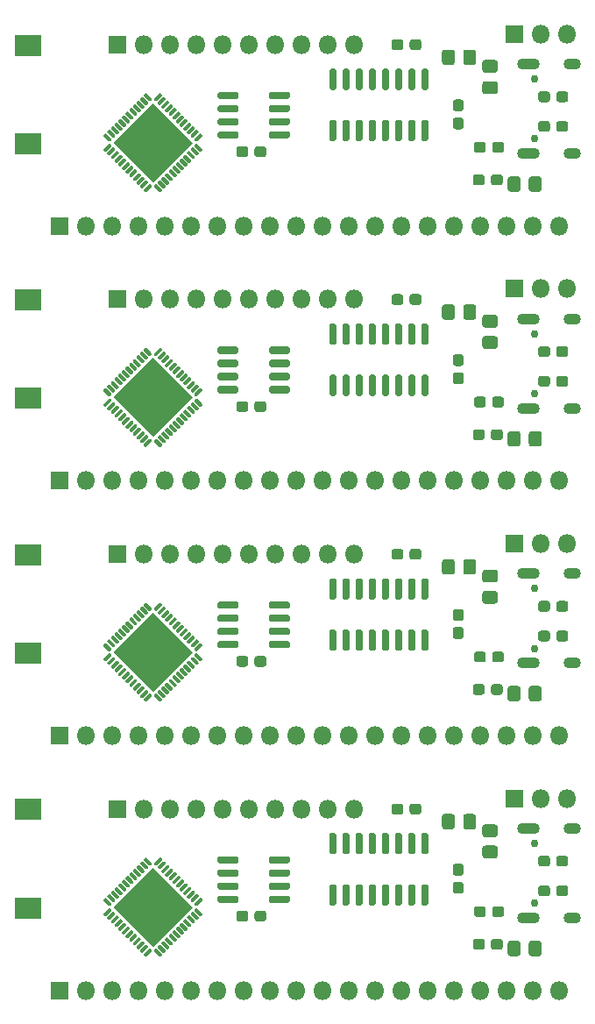
<source format=gbr>
%TF.GenerationSoftware,KiCad,Pcbnew,5.1.6-c6e7f7d~87~ubuntu20.04.1*%
%TF.CreationDate,2020-08-08T19:49:55+10:00*%
%TF.ProjectId,borscht-esp-pico-panel,626f7273-6368-4742-9d65-73702d706963,rev?*%
%TF.SameCoordinates,Original*%
%TF.FileFunction,Soldermask,Top*%
%TF.FilePolarity,Negative*%
%FSLAX46Y46*%
G04 Gerber Fmt 4.6, Leading zero omitted, Abs format (unit mm)*
G04 Created by KiCad (PCBNEW 5.1.6-c6e7f7d~87~ubuntu20.04.1) date 2020-08-08 19:49:55*
%MOMM*%
%LPD*%
G01*
G04 APERTURE LIST*
%ADD10R,2.600000X2.100000*%
%ADD11O,1.700000X1.100000*%
%ADD12C,0.750000*%
%ADD13O,2.200000X1.100000*%
%ADD14R,1.800000X1.800000*%
%ADD15O,1.800000X1.800000*%
%ADD16C,0.150000*%
G04 APERTURE END LIST*
D10*
%TO.C,ANT1*%
X51778001Y-137442016D03*
X51778001Y-127942016D03*
%TD*%
%TO.C,C1*%
G36*
G01*
X73093401Y-137966716D02*
X73093401Y-138491716D01*
G75*
G02*
X72830901Y-138754216I-262500J0D01*
G01*
X72205901Y-138754216D01*
G75*
G02*
X71943401Y-138491716I0J262500D01*
G01*
X71943401Y-137966716D01*
G75*
G02*
X72205901Y-137704216I262500J0D01*
G01*
X72830901Y-137704216D01*
G75*
G02*
X73093401Y-137966716I0J-262500D01*
G01*
G37*
G36*
G01*
X74843401Y-137966716D02*
X74843401Y-138491716D01*
G75*
G02*
X74580901Y-138754216I-262500J0D01*
G01*
X73955901Y-138754216D01*
G75*
G02*
X73693401Y-138491716I0J262500D01*
G01*
X73693401Y-137966716D01*
G75*
G02*
X73955901Y-137704216I262500J0D01*
G01*
X74580901Y-137704216D01*
G75*
G02*
X74843401Y-137966716I0J-262500D01*
G01*
G37*
%TD*%
%TO.C,C5*%
G36*
G01*
X93645701Y-136072416D02*
X93120701Y-136072416D01*
G75*
G02*
X92858201Y-135809916I0J262500D01*
G01*
X92858201Y-135184916D01*
G75*
G02*
X93120701Y-134922416I262500J0D01*
G01*
X93645701Y-134922416D01*
G75*
G02*
X93908201Y-135184916I0J-262500D01*
G01*
X93908201Y-135809916D01*
G75*
G02*
X93645701Y-136072416I-262500J0D01*
G01*
G37*
G36*
G01*
X93645701Y-134322416D02*
X93120701Y-134322416D01*
G75*
G02*
X92858201Y-134059916I0J262500D01*
G01*
X92858201Y-133434916D01*
G75*
G02*
X93120701Y-133172416I262500J0D01*
G01*
X93645701Y-133172416D01*
G75*
G02*
X93908201Y-133434916I0J-262500D01*
G01*
X93908201Y-134059916D01*
G75*
G02*
X93645701Y-134322416I-262500J0D01*
G01*
G37*
%TD*%
%TO.C,C6*%
G36*
G01*
X86929401Y-128153916D02*
X86929401Y-127628916D01*
G75*
G02*
X87191901Y-127366416I262500J0D01*
G01*
X87816901Y-127366416D01*
G75*
G02*
X88079401Y-127628916I0J-262500D01*
G01*
X88079401Y-128153916D01*
G75*
G02*
X87816901Y-128416416I-262500J0D01*
G01*
X87191901Y-128416416D01*
G75*
G02*
X86929401Y-128153916I0J262500D01*
G01*
G37*
G36*
G01*
X88679401Y-128153916D02*
X88679401Y-127628916D01*
G75*
G02*
X88941901Y-127366416I262500J0D01*
G01*
X89566901Y-127366416D01*
G75*
G02*
X89829401Y-127628916I0J-262500D01*
G01*
X89829401Y-128153916D01*
G75*
G02*
X89566901Y-128416416I-262500J0D01*
G01*
X88941901Y-128416416D01*
G75*
G02*
X88679401Y-128153916I0J262500D01*
G01*
G37*
%TD*%
%TO.C,C7*%
G36*
G01*
X96934863Y-132665616D02*
X95978339Y-132665616D01*
G75*
G02*
X95706601Y-132393878I0J271738D01*
G01*
X95706601Y-131687354D01*
G75*
G02*
X95978339Y-131415616I271738J0D01*
G01*
X96934863Y-131415616D01*
G75*
G02*
X97206601Y-131687354I0J-271738D01*
G01*
X97206601Y-132393878D01*
G75*
G02*
X96934863Y-132665616I-271738J0D01*
G01*
G37*
G36*
G01*
X96934863Y-130615616D02*
X95978339Y-130615616D01*
G75*
G02*
X95706601Y-130343878I0J271738D01*
G01*
X95706601Y-129637354D01*
G75*
G02*
X95978339Y-129365616I271738J0D01*
G01*
X96934863Y-129365616D01*
G75*
G02*
X97206601Y-129637354I0J-271738D01*
G01*
X97206601Y-130343878D01*
G75*
G02*
X96934863Y-130615616I-271738J0D01*
G01*
G37*
%TD*%
%TO.C,C8*%
G36*
G01*
X91809401Y-129588878D02*
X91809401Y-128632354D01*
G75*
G02*
X92081139Y-128360616I271738J0D01*
G01*
X92787663Y-128360616D01*
G75*
G02*
X93059401Y-128632354I0J-271738D01*
G01*
X93059401Y-129588878D01*
G75*
G02*
X92787663Y-129860616I-271738J0D01*
G01*
X92081139Y-129860616D01*
G75*
G02*
X91809401Y-129588878I0J271738D01*
G01*
G37*
G36*
G01*
X93859401Y-129588878D02*
X93859401Y-128632354D01*
G75*
G02*
X94131139Y-128360616I271738J0D01*
G01*
X94837663Y-128360616D01*
G75*
G02*
X95109401Y-128632354I0J-271738D01*
G01*
X95109401Y-129588878D01*
G75*
G02*
X94837663Y-129860616I-271738J0D01*
G01*
X94131139Y-129860616D01*
G75*
G02*
X93859401Y-129588878I0J271738D01*
G01*
G37*
%TD*%
%TO.C,C9*%
G36*
G01*
X94792001Y-141209516D02*
X94792001Y-140684516D01*
G75*
G02*
X95054501Y-140422016I262500J0D01*
G01*
X95679501Y-140422016D01*
G75*
G02*
X95942001Y-140684516I0J-262500D01*
G01*
X95942001Y-141209516D01*
G75*
G02*
X95679501Y-141472016I-262500J0D01*
G01*
X95054501Y-141472016D01*
G75*
G02*
X94792001Y-141209516I0J262500D01*
G01*
G37*
G36*
G01*
X96542001Y-141209516D02*
X96542001Y-140684516D01*
G75*
G02*
X96804501Y-140422016I262500J0D01*
G01*
X97429501Y-140422016D01*
G75*
G02*
X97692001Y-140684516I0J-262500D01*
G01*
X97692001Y-141209516D01*
G75*
G02*
X97429501Y-141472016I-262500J0D01*
G01*
X96804501Y-141472016D01*
G75*
G02*
X96542001Y-141209516I0J262500D01*
G01*
G37*
%TD*%
%TO.C,D1*%
G36*
G01*
X101450401Y-140875154D02*
X101450401Y-141831678D01*
G75*
G02*
X101178663Y-142103416I-271738J0D01*
G01*
X100472139Y-142103416D01*
G75*
G02*
X100200401Y-141831678I0J271738D01*
G01*
X100200401Y-140875154D01*
G75*
G02*
X100472139Y-140603416I271738J0D01*
G01*
X101178663Y-140603416D01*
G75*
G02*
X101450401Y-140875154I0J-271738D01*
G01*
G37*
G36*
G01*
X99400401Y-140875154D02*
X99400401Y-141831678D01*
G75*
G02*
X99128663Y-142103416I-271738J0D01*
G01*
X98422139Y-142103416D01*
G75*
G02*
X98150401Y-141831678I0J271738D01*
G01*
X98150401Y-140875154D01*
G75*
G02*
X98422139Y-140603416I271738J0D01*
G01*
X99128663Y-140603416D01*
G75*
G02*
X99400401Y-140875154I0J-271738D01*
G01*
G37*
%TD*%
D11*
%TO.C,J1*%
X104364601Y-138409016D03*
D12*
X100714601Y-136979016D03*
D11*
X104364601Y-129769016D03*
D12*
X100714601Y-131199016D03*
D13*
X100184601Y-129769016D03*
X100184601Y-138409016D03*
%TD*%
D14*
%TO.C,J3*%
X60414001Y-127866016D03*
D15*
X62954001Y-127866016D03*
X65494001Y-127866016D03*
X68034001Y-127866016D03*
X70574001Y-127866016D03*
X73114001Y-127866016D03*
X75654001Y-127866016D03*
X78194001Y-127866016D03*
X80734001Y-127866016D03*
X83274001Y-127866016D03*
%TD*%
%TO.C,R1*%
G36*
G01*
X94905001Y-138059916D02*
X94905001Y-137534916D01*
G75*
G02*
X95167501Y-137272416I262500J0D01*
G01*
X95792501Y-137272416D01*
G75*
G02*
X96055001Y-137534916I0J-262500D01*
G01*
X96055001Y-138059916D01*
G75*
G02*
X95792501Y-138322416I-262500J0D01*
G01*
X95167501Y-138322416D01*
G75*
G02*
X94905001Y-138059916I0J262500D01*
G01*
G37*
G36*
G01*
X96655001Y-138059916D02*
X96655001Y-137534916D01*
G75*
G02*
X96917501Y-137272416I262500J0D01*
G01*
X97542501Y-137272416D01*
G75*
G02*
X97805001Y-137534916I0J-262500D01*
G01*
X97805001Y-138059916D01*
G75*
G02*
X97542501Y-138322416I-262500J0D01*
G01*
X96917501Y-138322416D01*
G75*
G02*
X96655001Y-138059916I0J262500D01*
G01*
G37*
%TD*%
%TO.C,R4*%
G36*
G01*
X104002601Y-132658116D02*
X104002601Y-133183116D01*
G75*
G02*
X103740101Y-133445616I-262500J0D01*
G01*
X103115101Y-133445616D01*
G75*
G02*
X102852601Y-133183116I0J262500D01*
G01*
X102852601Y-132658116D01*
G75*
G02*
X103115101Y-132395616I262500J0D01*
G01*
X103740101Y-132395616D01*
G75*
G02*
X104002601Y-132658116I0J-262500D01*
G01*
G37*
G36*
G01*
X102252601Y-132658116D02*
X102252601Y-133183116D01*
G75*
G02*
X101990101Y-133445616I-262500J0D01*
G01*
X101365101Y-133445616D01*
G75*
G02*
X101102601Y-133183116I0J262500D01*
G01*
X101102601Y-132658116D01*
G75*
G02*
X101365101Y-132395616I262500J0D01*
G01*
X101990101Y-132395616D01*
G75*
G02*
X102252601Y-132658116I0J-262500D01*
G01*
G37*
%TD*%
%TO.C,R5*%
G36*
G01*
X104002601Y-135528316D02*
X104002601Y-136053316D01*
G75*
G02*
X103740101Y-136315816I-262500J0D01*
G01*
X103115101Y-136315816D01*
G75*
G02*
X102852601Y-136053316I0J262500D01*
G01*
X102852601Y-135528316D01*
G75*
G02*
X103115101Y-135265816I262500J0D01*
G01*
X103740101Y-135265816D01*
G75*
G02*
X104002601Y-135528316I0J-262500D01*
G01*
G37*
G36*
G01*
X102252601Y-135528316D02*
X102252601Y-136053316D01*
G75*
G02*
X101990101Y-136315816I-262500J0D01*
G01*
X101365101Y-136315816D01*
G75*
G02*
X101102601Y-136053316I0J262500D01*
G01*
X101102601Y-135528316D01*
G75*
G02*
X101365101Y-135265816I262500J0D01*
G01*
X101990101Y-135265816D01*
G75*
G02*
X102252601Y-135528316I0J-262500D01*
G01*
G37*
%TD*%
%TO.C,U1*%
G36*
G01*
X59246994Y-138227823D02*
X59123250Y-138104079D01*
G75*
G02*
X59123250Y-137980335I61872J61872D01*
G01*
X59635902Y-137467683D01*
G75*
G02*
X59759646Y-137467683I61872J-61872D01*
G01*
X59883390Y-137591427D01*
G75*
G02*
X59883390Y-137715171I-61872J-61872D01*
G01*
X59370738Y-138227823D01*
G75*
G02*
X59246994Y-138227823I-61872J61872D01*
G01*
G37*
G36*
G01*
X59600547Y-138581376D02*
X59476803Y-138457632D01*
G75*
G02*
X59476803Y-138333888I61872J61872D01*
G01*
X59989455Y-137821236D01*
G75*
G02*
X60113199Y-137821236I61872J-61872D01*
G01*
X60236943Y-137944980D01*
G75*
G02*
X60236943Y-138068724I-61872J-61872D01*
G01*
X59724291Y-138581376D01*
G75*
G02*
X59600547Y-138581376I-61872J61872D01*
G01*
G37*
G36*
G01*
X59954101Y-138934930D02*
X59830357Y-138811186D01*
G75*
G02*
X59830357Y-138687442I61872J61872D01*
G01*
X60343009Y-138174790D01*
G75*
G02*
X60466753Y-138174790I61872J-61872D01*
G01*
X60590497Y-138298534D01*
G75*
G02*
X60590497Y-138422278I-61872J-61872D01*
G01*
X60077845Y-138934930D01*
G75*
G02*
X59954101Y-138934930I-61872J61872D01*
G01*
G37*
G36*
G01*
X60307654Y-139288483D02*
X60183910Y-139164739D01*
G75*
G02*
X60183910Y-139040995I61872J61872D01*
G01*
X60696562Y-138528343D01*
G75*
G02*
X60820306Y-138528343I61872J-61872D01*
G01*
X60944050Y-138652087D01*
G75*
G02*
X60944050Y-138775831I-61872J-61872D01*
G01*
X60431398Y-139288483D01*
G75*
G02*
X60307654Y-139288483I-61872J61872D01*
G01*
G37*
G36*
G01*
X60661208Y-139642036D02*
X60537464Y-139518292D01*
G75*
G02*
X60537464Y-139394548I61872J61872D01*
G01*
X61050116Y-138881896D01*
G75*
G02*
X61173860Y-138881896I61872J-61872D01*
G01*
X61297604Y-139005640D01*
G75*
G02*
X61297604Y-139129384I-61872J-61872D01*
G01*
X60784952Y-139642036D01*
G75*
G02*
X60661208Y-139642036I-61872J61872D01*
G01*
G37*
G36*
G01*
X61014761Y-139995590D02*
X60891017Y-139871846D01*
G75*
G02*
X60891017Y-139748102I61872J61872D01*
G01*
X61403669Y-139235450D01*
G75*
G02*
X61527413Y-139235450I61872J-61872D01*
G01*
X61651157Y-139359194D01*
G75*
G02*
X61651157Y-139482938I-61872J-61872D01*
G01*
X61138505Y-139995590D01*
G75*
G02*
X61014761Y-139995590I-61872J61872D01*
G01*
G37*
G36*
G01*
X61368314Y-140349143D02*
X61244570Y-140225399D01*
G75*
G02*
X61244570Y-140101655I61872J61872D01*
G01*
X61757222Y-139589003D01*
G75*
G02*
X61880966Y-139589003I61872J-61872D01*
G01*
X62004710Y-139712747D01*
G75*
G02*
X62004710Y-139836491I-61872J-61872D01*
G01*
X61492058Y-140349143D01*
G75*
G02*
X61368314Y-140349143I-61872J61872D01*
G01*
G37*
G36*
G01*
X61721868Y-140702696D02*
X61598124Y-140578952D01*
G75*
G02*
X61598124Y-140455208I61872J61872D01*
G01*
X62110776Y-139942556D01*
G75*
G02*
X62234520Y-139942556I61872J-61872D01*
G01*
X62358264Y-140066300D01*
G75*
G02*
X62358264Y-140190044I-61872J-61872D01*
G01*
X61845612Y-140702696D01*
G75*
G02*
X61721868Y-140702696I-61872J61872D01*
G01*
G37*
G36*
G01*
X62075421Y-141056250D02*
X61951677Y-140932506D01*
G75*
G02*
X61951677Y-140808762I61872J61872D01*
G01*
X62464329Y-140296110D01*
G75*
G02*
X62588073Y-140296110I61872J-61872D01*
G01*
X62711817Y-140419854D01*
G75*
G02*
X62711817Y-140543598I-61872J-61872D01*
G01*
X62199165Y-141056250D01*
G75*
G02*
X62075421Y-141056250I-61872J61872D01*
G01*
G37*
G36*
G01*
X62428974Y-141409803D02*
X62305230Y-141286059D01*
G75*
G02*
X62305230Y-141162315I61872J61872D01*
G01*
X62817882Y-140649663D01*
G75*
G02*
X62941626Y-140649663I61872J-61872D01*
G01*
X63065370Y-140773407D01*
G75*
G02*
X63065370Y-140897151I-61872J-61872D01*
G01*
X62552718Y-141409803D01*
G75*
G02*
X62428974Y-141409803I-61872J61872D01*
G01*
G37*
G36*
G01*
X62782528Y-141763357D02*
X62658784Y-141639613D01*
G75*
G02*
X62658784Y-141515869I61872J61872D01*
G01*
X63171436Y-141003217D01*
G75*
G02*
X63295180Y-141003217I61872J-61872D01*
G01*
X63418924Y-141126961D01*
G75*
G02*
X63418924Y-141250705I-61872J-61872D01*
G01*
X62906272Y-141763357D01*
G75*
G02*
X62782528Y-141763357I-61872J61872D01*
G01*
G37*
G36*
G01*
X63136081Y-142116910D02*
X63012337Y-141993166D01*
G75*
G02*
X63012337Y-141869422I61872J61872D01*
G01*
X63524989Y-141356770D01*
G75*
G02*
X63648733Y-141356770I61872J-61872D01*
G01*
X63772477Y-141480514D01*
G75*
G02*
X63772477Y-141604258I-61872J-61872D01*
G01*
X63259825Y-142116910D01*
G75*
G02*
X63136081Y-142116910I-61872J61872D01*
G01*
G37*
G36*
G01*
X64514940Y-142116910D02*
X64002287Y-141604258D01*
G75*
G02*
X64002287Y-141480514I61872J61872D01*
G01*
X64126031Y-141356770D01*
G75*
G02*
X64249775Y-141356770I61872J-61872D01*
G01*
X64762427Y-141869422D01*
G75*
G02*
X64762427Y-141993166I-61872J-61872D01*
G01*
X64638683Y-142116910D01*
G75*
G02*
X64514939Y-142116910I-61872J61872D01*
G01*
G37*
G36*
G01*
X64868493Y-141763357D02*
X64355840Y-141250705D01*
G75*
G02*
X64355840Y-141126961I61872J61872D01*
G01*
X64479584Y-141003217D01*
G75*
G02*
X64603328Y-141003217I61872J-61872D01*
G01*
X65115980Y-141515869D01*
G75*
G02*
X65115980Y-141639613I-61872J-61872D01*
G01*
X64992236Y-141763357D01*
G75*
G02*
X64868492Y-141763357I-61872J61872D01*
G01*
G37*
G36*
G01*
X65222047Y-141409803D02*
X64709394Y-140897151D01*
G75*
G02*
X64709394Y-140773407I61872J61872D01*
G01*
X64833138Y-140649663D01*
G75*
G02*
X64956882Y-140649663I61872J-61872D01*
G01*
X65469534Y-141162315D01*
G75*
G02*
X65469534Y-141286059I-61872J-61872D01*
G01*
X65345790Y-141409803D01*
G75*
G02*
X65222046Y-141409803I-61872J61872D01*
G01*
G37*
G36*
G01*
X65575600Y-141056250D02*
X65062947Y-140543598D01*
G75*
G02*
X65062947Y-140419854I61872J61872D01*
G01*
X65186691Y-140296110D01*
G75*
G02*
X65310435Y-140296110I61872J-61872D01*
G01*
X65823087Y-140808762D01*
G75*
G02*
X65823087Y-140932506I-61872J-61872D01*
G01*
X65699343Y-141056250D01*
G75*
G02*
X65575599Y-141056250I-61872J61872D01*
G01*
G37*
G36*
G01*
X65929153Y-140702696D02*
X65416500Y-140190044D01*
G75*
G02*
X65416500Y-140066300I61872J61872D01*
G01*
X65540244Y-139942556D01*
G75*
G02*
X65663988Y-139942556I61872J-61872D01*
G01*
X66176640Y-140455208D01*
G75*
G02*
X66176640Y-140578952I-61872J-61872D01*
G01*
X66052896Y-140702696D01*
G75*
G02*
X65929152Y-140702696I-61872J61872D01*
G01*
G37*
G36*
G01*
X66282707Y-140349143D02*
X65770054Y-139836491D01*
G75*
G02*
X65770054Y-139712747I61872J61872D01*
G01*
X65893798Y-139589003D01*
G75*
G02*
X66017542Y-139589003I61872J-61872D01*
G01*
X66530194Y-140101655D01*
G75*
G02*
X66530194Y-140225399I-61872J-61872D01*
G01*
X66406450Y-140349143D01*
G75*
G02*
X66282706Y-140349143I-61872J61872D01*
G01*
G37*
G36*
G01*
X66636260Y-139995590D02*
X66123607Y-139482938D01*
G75*
G02*
X66123607Y-139359194I61872J61872D01*
G01*
X66247351Y-139235450D01*
G75*
G02*
X66371095Y-139235450I61872J-61872D01*
G01*
X66883747Y-139748102D01*
G75*
G02*
X66883747Y-139871846I-61872J-61872D01*
G01*
X66760003Y-139995590D01*
G75*
G02*
X66636259Y-139995590I-61872J61872D01*
G01*
G37*
G36*
G01*
X66989813Y-139642036D02*
X66477160Y-139129384D01*
G75*
G02*
X66477160Y-139005640I61872J61872D01*
G01*
X66600904Y-138881896D01*
G75*
G02*
X66724648Y-138881896I61872J-61872D01*
G01*
X67237300Y-139394548D01*
G75*
G02*
X67237300Y-139518292I-61872J-61872D01*
G01*
X67113556Y-139642036D01*
G75*
G02*
X66989812Y-139642036I-61872J61872D01*
G01*
G37*
G36*
G01*
X67343367Y-139288483D02*
X66830714Y-138775831D01*
G75*
G02*
X66830714Y-138652087I61872J61872D01*
G01*
X66954458Y-138528343D01*
G75*
G02*
X67078202Y-138528343I61872J-61872D01*
G01*
X67590854Y-139040995D01*
G75*
G02*
X67590854Y-139164739I-61872J-61872D01*
G01*
X67467110Y-139288483D01*
G75*
G02*
X67343366Y-139288483I-61872J61872D01*
G01*
G37*
G36*
G01*
X67696920Y-138934930D02*
X67184267Y-138422278D01*
G75*
G02*
X67184267Y-138298534I61872J61872D01*
G01*
X67308011Y-138174790D01*
G75*
G02*
X67431755Y-138174790I61872J-61872D01*
G01*
X67944407Y-138687442D01*
G75*
G02*
X67944407Y-138811186I-61872J-61872D01*
G01*
X67820663Y-138934930D01*
G75*
G02*
X67696919Y-138934930I-61872J61872D01*
G01*
G37*
G36*
G01*
X68050474Y-138581376D02*
X67537821Y-138068724D01*
G75*
G02*
X67537821Y-137944980I61872J61872D01*
G01*
X67661565Y-137821236D01*
G75*
G02*
X67785309Y-137821236I61872J-61872D01*
G01*
X68297961Y-138333888D01*
G75*
G02*
X68297961Y-138457632I-61872J-61872D01*
G01*
X68174217Y-138581376D01*
G75*
G02*
X68050473Y-138581376I-61872J61872D01*
G01*
G37*
G36*
G01*
X68404027Y-138227823D02*
X67891374Y-137715171D01*
G75*
G02*
X67891374Y-137591427I61872J61872D01*
G01*
X68015118Y-137467683D01*
G75*
G02*
X68138862Y-137467683I61872J-61872D01*
G01*
X68651514Y-137980335D01*
G75*
G02*
X68651514Y-138104079I-61872J-61872D01*
G01*
X68527770Y-138227823D01*
G75*
G02*
X68404026Y-138227823I-61872J61872D01*
G01*
G37*
G36*
G01*
X68015118Y-137237873D02*
X67891374Y-137114129D01*
G75*
G02*
X67891374Y-136990385I61872J61872D01*
G01*
X68404026Y-136477733D01*
G75*
G02*
X68527770Y-136477733I61872J-61872D01*
G01*
X68651514Y-136601477D01*
G75*
G02*
X68651514Y-136725221I-61872J-61872D01*
G01*
X68138862Y-137237873D01*
G75*
G02*
X68015118Y-137237873I-61872J61872D01*
G01*
G37*
G36*
G01*
X67661565Y-136884320D02*
X67537821Y-136760576D01*
G75*
G02*
X67537821Y-136636832I61872J61872D01*
G01*
X68050473Y-136124180D01*
G75*
G02*
X68174217Y-136124180I61872J-61872D01*
G01*
X68297961Y-136247924D01*
G75*
G02*
X68297961Y-136371668I-61872J-61872D01*
G01*
X67785309Y-136884320D01*
G75*
G02*
X67661565Y-136884320I-61872J61872D01*
G01*
G37*
G36*
G01*
X67308011Y-136530766D02*
X67184267Y-136407022D01*
G75*
G02*
X67184267Y-136283278I61872J61872D01*
G01*
X67696919Y-135770626D01*
G75*
G02*
X67820663Y-135770626I61872J-61872D01*
G01*
X67944407Y-135894370D01*
G75*
G02*
X67944407Y-136018114I-61872J-61872D01*
G01*
X67431755Y-136530766D01*
G75*
G02*
X67308011Y-136530766I-61872J61872D01*
G01*
G37*
G36*
G01*
X66954458Y-136177213D02*
X66830714Y-136053469D01*
G75*
G02*
X66830714Y-135929725I61872J61872D01*
G01*
X67343366Y-135417073D01*
G75*
G02*
X67467110Y-135417073I61872J-61872D01*
G01*
X67590854Y-135540817D01*
G75*
G02*
X67590854Y-135664561I-61872J-61872D01*
G01*
X67078202Y-136177213D01*
G75*
G02*
X66954458Y-136177213I-61872J61872D01*
G01*
G37*
G36*
G01*
X66600904Y-135823660D02*
X66477160Y-135699916D01*
G75*
G02*
X66477160Y-135576172I61872J61872D01*
G01*
X66989812Y-135063520D01*
G75*
G02*
X67113556Y-135063520I61872J-61872D01*
G01*
X67237300Y-135187264D01*
G75*
G02*
X67237300Y-135311008I-61872J-61872D01*
G01*
X66724648Y-135823660D01*
G75*
G02*
X66600904Y-135823660I-61872J61872D01*
G01*
G37*
G36*
G01*
X66247351Y-135470106D02*
X66123607Y-135346362D01*
G75*
G02*
X66123607Y-135222618I61872J61872D01*
G01*
X66636259Y-134709966D01*
G75*
G02*
X66760003Y-134709966I61872J-61872D01*
G01*
X66883747Y-134833710D01*
G75*
G02*
X66883747Y-134957454I-61872J-61872D01*
G01*
X66371095Y-135470106D01*
G75*
G02*
X66247351Y-135470106I-61872J61872D01*
G01*
G37*
G36*
G01*
X65893798Y-135116553D02*
X65770054Y-134992809D01*
G75*
G02*
X65770054Y-134869065I61872J61872D01*
G01*
X66282706Y-134356413D01*
G75*
G02*
X66406450Y-134356413I61872J-61872D01*
G01*
X66530194Y-134480157D01*
G75*
G02*
X66530194Y-134603901I-61872J-61872D01*
G01*
X66017542Y-135116553D01*
G75*
G02*
X65893798Y-135116553I-61872J61872D01*
G01*
G37*
G36*
G01*
X65540244Y-134763000D02*
X65416500Y-134639256D01*
G75*
G02*
X65416500Y-134515512I61872J61872D01*
G01*
X65929152Y-134002860D01*
G75*
G02*
X66052896Y-134002860I61872J-61872D01*
G01*
X66176640Y-134126604D01*
G75*
G02*
X66176640Y-134250348I-61872J-61872D01*
G01*
X65663988Y-134763000D01*
G75*
G02*
X65540244Y-134763000I-61872J61872D01*
G01*
G37*
G36*
G01*
X65186691Y-134409446D02*
X65062947Y-134285702D01*
G75*
G02*
X65062947Y-134161958I61872J61872D01*
G01*
X65575599Y-133649306D01*
G75*
G02*
X65699343Y-133649306I61872J-61872D01*
G01*
X65823087Y-133773050D01*
G75*
G02*
X65823087Y-133896794I-61872J-61872D01*
G01*
X65310435Y-134409446D01*
G75*
G02*
X65186691Y-134409446I-61872J61872D01*
G01*
G37*
G36*
G01*
X64833138Y-134055893D02*
X64709394Y-133932149D01*
G75*
G02*
X64709394Y-133808405I61872J61872D01*
G01*
X65222046Y-133295753D01*
G75*
G02*
X65345790Y-133295753I61872J-61872D01*
G01*
X65469534Y-133419497D01*
G75*
G02*
X65469534Y-133543241I-61872J-61872D01*
G01*
X64956882Y-134055893D01*
G75*
G02*
X64833138Y-134055893I-61872J61872D01*
G01*
G37*
G36*
G01*
X64479584Y-133702339D02*
X64355840Y-133578595D01*
G75*
G02*
X64355840Y-133454851I61872J61872D01*
G01*
X64868492Y-132942199D01*
G75*
G02*
X64992236Y-132942199I61872J-61872D01*
G01*
X65115980Y-133065943D01*
G75*
G02*
X65115980Y-133189687I-61872J-61872D01*
G01*
X64603328Y-133702339D01*
G75*
G02*
X64479584Y-133702339I-61872J61872D01*
G01*
G37*
G36*
G01*
X64126031Y-133348786D02*
X64002287Y-133225042D01*
G75*
G02*
X64002287Y-133101298I61872J61872D01*
G01*
X64514939Y-132588646D01*
G75*
G02*
X64638683Y-132588646I61872J-61872D01*
G01*
X64762427Y-132712390D01*
G75*
G02*
X64762427Y-132836134I-61872J-61872D01*
G01*
X64249775Y-133348786D01*
G75*
G02*
X64126031Y-133348786I-61872J61872D01*
G01*
G37*
G36*
G01*
X63524990Y-133348786D02*
X63012337Y-132836134D01*
G75*
G02*
X63012337Y-132712390I61872J61872D01*
G01*
X63136081Y-132588646D01*
G75*
G02*
X63259825Y-132588646I61872J-61872D01*
G01*
X63772477Y-133101298D01*
G75*
G02*
X63772477Y-133225042I-61872J-61872D01*
G01*
X63648733Y-133348786D01*
G75*
G02*
X63524989Y-133348786I-61872J61872D01*
G01*
G37*
G36*
G01*
X63171437Y-133702339D02*
X62658784Y-133189687D01*
G75*
G02*
X62658784Y-133065943I61872J61872D01*
G01*
X62782528Y-132942199D01*
G75*
G02*
X62906272Y-132942199I61872J-61872D01*
G01*
X63418924Y-133454851D01*
G75*
G02*
X63418924Y-133578595I-61872J-61872D01*
G01*
X63295180Y-133702339D01*
G75*
G02*
X63171436Y-133702339I-61872J61872D01*
G01*
G37*
G36*
G01*
X62817883Y-134055893D02*
X62305230Y-133543241D01*
G75*
G02*
X62305230Y-133419497I61872J61872D01*
G01*
X62428974Y-133295753D01*
G75*
G02*
X62552718Y-133295753I61872J-61872D01*
G01*
X63065370Y-133808405D01*
G75*
G02*
X63065370Y-133932149I-61872J-61872D01*
G01*
X62941626Y-134055893D01*
G75*
G02*
X62817882Y-134055893I-61872J61872D01*
G01*
G37*
G36*
G01*
X62464330Y-134409446D02*
X61951677Y-133896794D01*
G75*
G02*
X61951677Y-133773050I61872J61872D01*
G01*
X62075421Y-133649306D01*
G75*
G02*
X62199165Y-133649306I61872J-61872D01*
G01*
X62711817Y-134161958D01*
G75*
G02*
X62711817Y-134285702I-61872J-61872D01*
G01*
X62588073Y-134409446D01*
G75*
G02*
X62464329Y-134409446I-61872J61872D01*
G01*
G37*
G36*
G01*
X62110777Y-134763000D02*
X61598124Y-134250348D01*
G75*
G02*
X61598124Y-134126604I61872J61872D01*
G01*
X61721868Y-134002860D01*
G75*
G02*
X61845612Y-134002860I61872J-61872D01*
G01*
X62358264Y-134515512D01*
G75*
G02*
X62358264Y-134639256I-61872J-61872D01*
G01*
X62234520Y-134763000D01*
G75*
G02*
X62110776Y-134763000I-61872J61872D01*
G01*
G37*
G36*
G01*
X61757223Y-135116553D02*
X61244570Y-134603901D01*
G75*
G02*
X61244570Y-134480157I61872J61872D01*
G01*
X61368314Y-134356413D01*
G75*
G02*
X61492058Y-134356413I61872J-61872D01*
G01*
X62004710Y-134869065D01*
G75*
G02*
X62004710Y-134992809I-61872J-61872D01*
G01*
X61880966Y-135116553D01*
G75*
G02*
X61757222Y-135116553I-61872J61872D01*
G01*
G37*
G36*
G01*
X61403670Y-135470106D02*
X60891017Y-134957454D01*
G75*
G02*
X60891017Y-134833710I61872J61872D01*
G01*
X61014761Y-134709966D01*
G75*
G02*
X61138505Y-134709966I61872J-61872D01*
G01*
X61651157Y-135222618D01*
G75*
G02*
X61651157Y-135346362I-61872J-61872D01*
G01*
X61527413Y-135470106D01*
G75*
G02*
X61403669Y-135470106I-61872J61872D01*
G01*
G37*
G36*
G01*
X61050117Y-135823660D02*
X60537464Y-135311008D01*
G75*
G02*
X60537464Y-135187264I61872J61872D01*
G01*
X60661208Y-135063520D01*
G75*
G02*
X60784952Y-135063520I61872J-61872D01*
G01*
X61297604Y-135576172D01*
G75*
G02*
X61297604Y-135699916I-61872J-61872D01*
G01*
X61173860Y-135823660D01*
G75*
G02*
X61050116Y-135823660I-61872J61872D01*
G01*
G37*
G36*
G01*
X60696563Y-136177213D02*
X60183910Y-135664561D01*
G75*
G02*
X60183910Y-135540817I61872J61872D01*
G01*
X60307654Y-135417073D01*
G75*
G02*
X60431398Y-135417073I61872J-61872D01*
G01*
X60944050Y-135929725D01*
G75*
G02*
X60944050Y-136053469I-61872J-61872D01*
G01*
X60820306Y-136177213D01*
G75*
G02*
X60696562Y-136177213I-61872J61872D01*
G01*
G37*
G36*
G01*
X60343010Y-136530766D02*
X59830357Y-136018114D01*
G75*
G02*
X59830357Y-135894370I61872J61872D01*
G01*
X59954101Y-135770626D01*
G75*
G02*
X60077845Y-135770626I61872J-61872D01*
G01*
X60590497Y-136283278D01*
G75*
G02*
X60590497Y-136407022I-61872J-61872D01*
G01*
X60466753Y-136530766D01*
G75*
G02*
X60343009Y-136530766I-61872J61872D01*
G01*
G37*
G36*
G01*
X59989456Y-136884320D02*
X59476803Y-136371668D01*
G75*
G02*
X59476803Y-136247924I61872J61872D01*
G01*
X59600547Y-136124180D01*
G75*
G02*
X59724291Y-136124180I61872J-61872D01*
G01*
X60236943Y-136636832D01*
G75*
G02*
X60236943Y-136760576I-61872J-61872D01*
G01*
X60113199Y-136884320D01*
G75*
G02*
X59989455Y-136884320I-61872J61872D01*
G01*
G37*
G36*
G01*
X59635903Y-137237873D02*
X59123250Y-136725221D01*
G75*
G02*
X59123250Y-136601477I61872J61872D01*
G01*
X59246994Y-136477733D01*
G75*
G02*
X59370738Y-136477733I61872J-61872D01*
G01*
X59883390Y-136990385D01*
G75*
G02*
X59883390Y-137114129I-61872J-61872D01*
G01*
X59759646Y-137237873D01*
G75*
G02*
X59635902Y-137237873I-61872J61872D01*
G01*
G37*
D16*
G36*
X63887382Y-141171155D02*
G01*
X60069005Y-137352778D01*
X63887382Y-133534401D01*
X67705759Y-137352778D01*
X63887382Y-141171155D01*
G37*
%TD*%
%TO.C,U2*%
G36*
G01*
X77122001Y-136428616D02*
X77122001Y-136778616D01*
G75*
G02*
X76947001Y-136953616I-175000J0D01*
G01*
X75247001Y-136953616D01*
G75*
G02*
X75072001Y-136778616I0J175000D01*
G01*
X75072001Y-136428616D01*
G75*
G02*
X75247001Y-136253616I175000J0D01*
G01*
X76947001Y-136253616D01*
G75*
G02*
X77122001Y-136428616I0J-175000D01*
G01*
G37*
G36*
G01*
X77122001Y-135158616D02*
X77122001Y-135508616D01*
G75*
G02*
X76947001Y-135683616I-175000J0D01*
G01*
X75247001Y-135683616D01*
G75*
G02*
X75072001Y-135508616I0J175000D01*
G01*
X75072001Y-135158616D01*
G75*
G02*
X75247001Y-134983616I175000J0D01*
G01*
X76947001Y-134983616D01*
G75*
G02*
X77122001Y-135158616I0J-175000D01*
G01*
G37*
G36*
G01*
X77122001Y-133888616D02*
X77122001Y-134238616D01*
G75*
G02*
X76947001Y-134413616I-175000J0D01*
G01*
X75247001Y-134413616D01*
G75*
G02*
X75072001Y-134238616I0J175000D01*
G01*
X75072001Y-133888616D01*
G75*
G02*
X75247001Y-133713616I175000J0D01*
G01*
X76947001Y-133713616D01*
G75*
G02*
X77122001Y-133888616I0J-175000D01*
G01*
G37*
G36*
G01*
X77122001Y-132618616D02*
X77122001Y-132968616D01*
G75*
G02*
X76947001Y-133143616I-175000J0D01*
G01*
X75247001Y-133143616D01*
G75*
G02*
X75072001Y-132968616I0J175000D01*
G01*
X75072001Y-132618616D01*
G75*
G02*
X75247001Y-132443616I175000J0D01*
G01*
X76947001Y-132443616D01*
G75*
G02*
X77122001Y-132618616I0J-175000D01*
G01*
G37*
G36*
G01*
X72172001Y-132618616D02*
X72172001Y-132968616D01*
G75*
G02*
X71997001Y-133143616I-175000J0D01*
G01*
X70297001Y-133143616D01*
G75*
G02*
X70122001Y-132968616I0J175000D01*
G01*
X70122001Y-132618616D01*
G75*
G02*
X70297001Y-132443616I175000J0D01*
G01*
X71997001Y-132443616D01*
G75*
G02*
X72172001Y-132618616I0J-175000D01*
G01*
G37*
G36*
G01*
X72172001Y-133888616D02*
X72172001Y-134238616D01*
G75*
G02*
X71997001Y-134413616I-175000J0D01*
G01*
X70297001Y-134413616D01*
G75*
G02*
X70122001Y-134238616I0J175000D01*
G01*
X70122001Y-133888616D01*
G75*
G02*
X70297001Y-133713616I175000J0D01*
G01*
X71997001Y-133713616D01*
G75*
G02*
X72172001Y-133888616I0J-175000D01*
G01*
G37*
G36*
G01*
X72172001Y-135158616D02*
X72172001Y-135508616D01*
G75*
G02*
X71997001Y-135683616I-175000J0D01*
G01*
X70297001Y-135683616D01*
G75*
G02*
X70122001Y-135508616I0J175000D01*
G01*
X70122001Y-135158616D01*
G75*
G02*
X70297001Y-134983616I175000J0D01*
G01*
X71997001Y-134983616D01*
G75*
G02*
X72172001Y-135158616I0J-175000D01*
G01*
G37*
G36*
G01*
X72172001Y-136428616D02*
X72172001Y-136778616D01*
G75*
G02*
X71997001Y-136953616I-175000J0D01*
G01*
X70297001Y-136953616D01*
G75*
G02*
X70122001Y-136778616I0J175000D01*
G01*
X70122001Y-136428616D01*
G75*
G02*
X70297001Y-136253616I175000J0D01*
G01*
X71997001Y-136253616D01*
G75*
G02*
X72172001Y-136428616I0J-175000D01*
G01*
G37*
%TD*%
%TO.C,U3*%
G36*
G01*
X89982401Y-130208016D02*
X90332401Y-130208016D01*
G75*
G02*
X90507401Y-130383016I0J-175000D01*
G01*
X90507401Y-132083016D01*
G75*
G02*
X90332401Y-132258016I-175000J0D01*
G01*
X89982401Y-132258016D01*
G75*
G02*
X89807401Y-132083016I0J175000D01*
G01*
X89807401Y-130383016D01*
G75*
G02*
X89982401Y-130208016I175000J0D01*
G01*
G37*
G36*
G01*
X88712401Y-130208016D02*
X89062401Y-130208016D01*
G75*
G02*
X89237401Y-130383016I0J-175000D01*
G01*
X89237401Y-132083016D01*
G75*
G02*
X89062401Y-132258016I-175000J0D01*
G01*
X88712401Y-132258016D01*
G75*
G02*
X88537401Y-132083016I0J175000D01*
G01*
X88537401Y-130383016D01*
G75*
G02*
X88712401Y-130208016I175000J0D01*
G01*
G37*
G36*
G01*
X87442401Y-130208016D02*
X87792401Y-130208016D01*
G75*
G02*
X87967401Y-130383016I0J-175000D01*
G01*
X87967401Y-132083016D01*
G75*
G02*
X87792401Y-132258016I-175000J0D01*
G01*
X87442401Y-132258016D01*
G75*
G02*
X87267401Y-132083016I0J175000D01*
G01*
X87267401Y-130383016D01*
G75*
G02*
X87442401Y-130208016I175000J0D01*
G01*
G37*
G36*
G01*
X86172401Y-130208016D02*
X86522401Y-130208016D01*
G75*
G02*
X86697401Y-130383016I0J-175000D01*
G01*
X86697401Y-132083016D01*
G75*
G02*
X86522401Y-132258016I-175000J0D01*
G01*
X86172401Y-132258016D01*
G75*
G02*
X85997401Y-132083016I0J175000D01*
G01*
X85997401Y-130383016D01*
G75*
G02*
X86172401Y-130208016I175000J0D01*
G01*
G37*
G36*
G01*
X84902401Y-130208016D02*
X85252401Y-130208016D01*
G75*
G02*
X85427401Y-130383016I0J-175000D01*
G01*
X85427401Y-132083016D01*
G75*
G02*
X85252401Y-132258016I-175000J0D01*
G01*
X84902401Y-132258016D01*
G75*
G02*
X84727401Y-132083016I0J175000D01*
G01*
X84727401Y-130383016D01*
G75*
G02*
X84902401Y-130208016I175000J0D01*
G01*
G37*
G36*
G01*
X83632401Y-130208016D02*
X83982401Y-130208016D01*
G75*
G02*
X84157401Y-130383016I0J-175000D01*
G01*
X84157401Y-132083016D01*
G75*
G02*
X83982401Y-132258016I-175000J0D01*
G01*
X83632401Y-132258016D01*
G75*
G02*
X83457401Y-132083016I0J175000D01*
G01*
X83457401Y-130383016D01*
G75*
G02*
X83632401Y-130208016I175000J0D01*
G01*
G37*
G36*
G01*
X82362401Y-130208016D02*
X82712401Y-130208016D01*
G75*
G02*
X82887401Y-130383016I0J-175000D01*
G01*
X82887401Y-132083016D01*
G75*
G02*
X82712401Y-132258016I-175000J0D01*
G01*
X82362401Y-132258016D01*
G75*
G02*
X82187401Y-132083016I0J175000D01*
G01*
X82187401Y-130383016D01*
G75*
G02*
X82362401Y-130208016I175000J0D01*
G01*
G37*
G36*
G01*
X81092401Y-130208016D02*
X81442401Y-130208016D01*
G75*
G02*
X81617401Y-130383016I0J-175000D01*
G01*
X81617401Y-132083016D01*
G75*
G02*
X81442401Y-132258016I-175000J0D01*
G01*
X81092401Y-132258016D01*
G75*
G02*
X80917401Y-132083016I0J175000D01*
G01*
X80917401Y-130383016D01*
G75*
G02*
X81092401Y-130208016I175000J0D01*
G01*
G37*
G36*
G01*
X81092401Y-135158016D02*
X81442401Y-135158016D01*
G75*
G02*
X81617401Y-135333016I0J-175000D01*
G01*
X81617401Y-137033016D01*
G75*
G02*
X81442401Y-137208016I-175000J0D01*
G01*
X81092401Y-137208016D01*
G75*
G02*
X80917401Y-137033016I0J175000D01*
G01*
X80917401Y-135333016D01*
G75*
G02*
X81092401Y-135158016I175000J0D01*
G01*
G37*
G36*
G01*
X82362401Y-135158016D02*
X82712401Y-135158016D01*
G75*
G02*
X82887401Y-135333016I0J-175000D01*
G01*
X82887401Y-137033016D01*
G75*
G02*
X82712401Y-137208016I-175000J0D01*
G01*
X82362401Y-137208016D01*
G75*
G02*
X82187401Y-137033016I0J175000D01*
G01*
X82187401Y-135333016D01*
G75*
G02*
X82362401Y-135158016I175000J0D01*
G01*
G37*
G36*
G01*
X83632401Y-135158016D02*
X83982401Y-135158016D01*
G75*
G02*
X84157401Y-135333016I0J-175000D01*
G01*
X84157401Y-137033016D01*
G75*
G02*
X83982401Y-137208016I-175000J0D01*
G01*
X83632401Y-137208016D01*
G75*
G02*
X83457401Y-137033016I0J175000D01*
G01*
X83457401Y-135333016D01*
G75*
G02*
X83632401Y-135158016I175000J0D01*
G01*
G37*
G36*
G01*
X84902401Y-135158016D02*
X85252401Y-135158016D01*
G75*
G02*
X85427401Y-135333016I0J-175000D01*
G01*
X85427401Y-137033016D01*
G75*
G02*
X85252401Y-137208016I-175000J0D01*
G01*
X84902401Y-137208016D01*
G75*
G02*
X84727401Y-137033016I0J175000D01*
G01*
X84727401Y-135333016D01*
G75*
G02*
X84902401Y-135158016I175000J0D01*
G01*
G37*
G36*
G01*
X86172401Y-135158016D02*
X86522401Y-135158016D01*
G75*
G02*
X86697401Y-135333016I0J-175000D01*
G01*
X86697401Y-137033016D01*
G75*
G02*
X86522401Y-137208016I-175000J0D01*
G01*
X86172401Y-137208016D01*
G75*
G02*
X85997401Y-137033016I0J175000D01*
G01*
X85997401Y-135333016D01*
G75*
G02*
X86172401Y-135158016I175000J0D01*
G01*
G37*
G36*
G01*
X87442401Y-135158016D02*
X87792401Y-135158016D01*
G75*
G02*
X87967401Y-135333016I0J-175000D01*
G01*
X87967401Y-137033016D01*
G75*
G02*
X87792401Y-137208016I-175000J0D01*
G01*
X87442401Y-137208016D01*
G75*
G02*
X87267401Y-137033016I0J175000D01*
G01*
X87267401Y-135333016D01*
G75*
G02*
X87442401Y-135158016I175000J0D01*
G01*
G37*
G36*
G01*
X88712401Y-135158016D02*
X89062401Y-135158016D01*
G75*
G02*
X89237401Y-135333016I0J-175000D01*
G01*
X89237401Y-137033016D01*
G75*
G02*
X89062401Y-137208016I-175000J0D01*
G01*
X88712401Y-137208016D01*
G75*
G02*
X88537401Y-137033016I0J175000D01*
G01*
X88537401Y-135333016D01*
G75*
G02*
X88712401Y-135158016I175000J0D01*
G01*
G37*
G36*
G01*
X89982401Y-135158016D02*
X90332401Y-135158016D01*
G75*
G02*
X90507401Y-135333016I0J-175000D01*
G01*
X90507401Y-137033016D01*
G75*
G02*
X90332401Y-137208016I-175000J0D01*
G01*
X89982401Y-137208016D01*
G75*
G02*
X89807401Y-137033016I0J175000D01*
G01*
X89807401Y-135333016D01*
G75*
G02*
X89982401Y-135158016I175000J0D01*
G01*
G37*
%TD*%
D14*
%TO.C,J2*%
X54826001Y-145392016D03*
D15*
X57366001Y-145392016D03*
X59906001Y-145392016D03*
X62446001Y-145392016D03*
X64986001Y-145392016D03*
X67526001Y-145392016D03*
X70066001Y-145392016D03*
X72606001Y-145392016D03*
X75146001Y-145392016D03*
X77686001Y-145392016D03*
X80226001Y-145392016D03*
X82766001Y-145392016D03*
X85306001Y-145392016D03*
X87846001Y-145392016D03*
X90386001Y-145392016D03*
X92926001Y-145392016D03*
X95466001Y-145392016D03*
X98006001Y-145392016D03*
X100546001Y-145392016D03*
X103086001Y-145392016D03*
%TD*%
D14*
%TO.C,J4*%
X98768001Y-126850016D03*
D15*
X101308001Y-126850016D03*
X103848001Y-126850016D03*
%TD*%
D10*
%TO.C,ANT1*%
X51778001Y-112836011D03*
X51778001Y-103336011D03*
%TD*%
%TO.C,C1*%
G36*
G01*
X73093401Y-113360711D02*
X73093401Y-113885711D01*
G75*
G02*
X72830901Y-114148211I-262500J0D01*
G01*
X72205901Y-114148211D01*
G75*
G02*
X71943401Y-113885711I0J262500D01*
G01*
X71943401Y-113360711D01*
G75*
G02*
X72205901Y-113098211I262500J0D01*
G01*
X72830901Y-113098211D01*
G75*
G02*
X73093401Y-113360711I0J-262500D01*
G01*
G37*
G36*
G01*
X74843401Y-113360711D02*
X74843401Y-113885711D01*
G75*
G02*
X74580901Y-114148211I-262500J0D01*
G01*
X73955901Y-114148211D01*
G75*
G02*
X73693401Y-113885711I0J262500D01*
G01*
X73693401Y-113360711D01*
G75*
G02*
X73955901Y-113098211I262500J0D01*
G01*
X74580901Y-113098211D01*
G75*
G02*
X74843401Y-113360711I0J-262500D01*
G01*
G37*
%TD*%
%TO.C,C5*%
G36*
G01*
X93645701Y-111466411D02*
X93120701Y-111466411D01*
G75*
G02*
X92858201Y-111203911I0J262500D01*
G01*
X92858201Y-110578911D01*
G75*
G02*
X93120701Y-110316411I262500J0D01*
G01*
X93645701Y-110316411D01*
G75*
G02*
X93908201Y-110578911I0J-262500D01*
G01*
X93908201Y-111203911D01*
G75*
G02*
X93645701Y-111466411I-262500J0D01*
G01*
G37*
G36*
G01*
X93645701Y-109716411D02*
X93120701Y-109716411D01*
G75*
G02*
X92858201Y-109453911I0J262500D01*
G01*
X92858201Y-108828911D01*
G75*
G02*
X93120701Y-108566411I262500J0D01*
G01*
X93645701Y-108566411D01*
G75*
G02*
X93908201Y-108828911I0J-262500D01*
G01*
X93908201Y-109453911D01*
G75*
G02*
X93645701Y-109716411I-262500J0D01*
G01*
G37*
%TD*%
%TO.C,C6*%
G36*
G01*
X86929401Y-103547911D02*
X86929401Y-103022911D01*
G75*
G02*
X87191901Y-102760411I262500J0D01*
G01*
X87816901Y-102760411D01*
G75*
G02*
X88079401Y-103022911I0J-262500D01*
G01*
X88079401Y-103547911D01*
G75*
G02*
X87816901Y-103810411I-262500J0D01*
G01*
X87191901Y-103810411D01*
G75*
G02*
X86929401Y-103547911I0J262500D01*
G01*
G37*
G36*
G01*
X88679401Y-103547911D02*
X88679401Y-103022911D01*
G75*
G02*
X88941901Y-102760411I262500J0D01*
G01*
X89566901Y-102760411D01*
G75*
G02*
X89829401Y-103022911I0J-262500D01*
G01*
X89829401Y-103547911D01*
G75*
G02*
X89566901Y-103810411I-262500J0D01*
G01*
X88941901Y-103810411D01*
G75*
G02*
X88679401Y-103547911I0J262500D01*
G01*
G37*
%TD*%
%TO.C,C7*%
G36*
G01*
X96934863Y-108059611D02*
X95978339Y-108059611D01*
G75*
G02*
X95706601Y-107787873I0J271738D01*
G01*
X95706601Y-107081349D01*
G75*
G02*
X95978339Y-106809611I271738J0D01*
G01*
X96934863Y-106809611D01*
G75*
G02*
X97206601Y-107081349I0J-271738D01*
G01*
X97206601Y-107787873D01*
G75*
G02*
X96934863Y-108059611I-271738J0D01*
G01*
G37*
G36*
G01*
X96934863Y-106009611D02*
X95978339Y-106009611D01*
G75*
G02*
X95706601Y-105737873I0J271738D01*
G01*
X95706601Y-105031349D01*
G75*
G02*
X95978339Y-104759611I271738J0D01*
G01*
X96934863Y-104759611D01*
G75*
G02*
X97206601Y-105031349I0J-271738D01*
G01*
X97206601Y-105737873D01*
G75*
G02*
X96934863Y-106009611I-271738J0D01*
G01*
G37*
%TD*%
%TO.C,C8*%
G36*
G01*
X91809401Y-104982873D02*
X91809401Y-104026349D01*
G75*
G02*
X92081139Y-103754611I271738J0D01*
G01*
X92787663Y-103754611D01*
G75*
G02*
X93059401Y-104026349I0J-271738D01*
G01*
X93059401Y-104982873D01*
G75*
G02*
X92787663Y-105254611I-271738J0D01*
G01*
X92081139Y-105254611D01*
G75*
G02*
X91809401Y-104982873I0J271738D01*
G01*
G37*
G36*
G01*
X93859401Y-104982873D02*
X93859401Y-104026349D01*
G75*
G02*
X94131139Y-103754611I271738J0D01*
G01*
X94837663Y-103754611D01*
G75*
G02*
X95109401Y-104026349I0J-271738D01*
G01*
X95109401Y-104982873D01*
G75*
G02*
X94837663Y-105254611I-271738J0D01*
G01*
X94131139Y-105254611D01*
G75*
G02*
X93859401Y-104982873I0J271738D01*
G01*
G37*
%TD*%
%TO.C,C9*%
G36*
G01*
X94792001Y-116603511D02*
X94792001Y-116078511D01*
G75*
G02*
X95054501Y-115816011I262500J0D01*
G01*
X95679501Y-115816011D01*
G75*
G02*
X95942001Y-116078511I0J-262500D01*
G01*
X95942001Y-116603511D01*
G75*
G02*
X95679501Y-116866011I-262500J0D01*
G01*
X95054501Y-116866011D01*
G75*
G02*
X94792001Y-116603511I0J262500D01*
G01*
G37*
G36*
G01*
X96542001Y-116603511D02*
X96542001Y-116078511D01*
G75*
G02*
X96804501Y-115816011I262500J0D01*
G01*
X97429501Y-115816011D01*
G75*
G02*
X97692001Y-116078511I0J-262500D01*
G01*
X97692001Y-116603511D01*
G75*
G02*
X97429501Y-116866011I-262500J0D01*
G01*
X96804501Y-116866011D01*
G75*
G02*
X96542001Y-116603511I0J262500D01*
G01*
G37*
%TD*%
%TO.C,D1*%
G36*
G01*
X101450401Y-116269149D02*
X101450401Y-117225673D01*
G75*
G02*
X101178663Y-117497411I-271738J0D01*
G01*
X100472139Y-117497411D01*
G75*
G02*
X100200401Y-117225673I0J271738D01*
G01*
X100200401Y-116269149D01*
G75*
G02*
X100472139Y-115997411I271738J0D01*
G01*
X101178663Y-115997411D01*
G75*
G02*
X101450401Y-116269149I0J-271738D01*
G01*
G37*
G36*
G01*
X99400401Y-116269149D02*
X99400401Y-117225673D01*
G75*
G02*
X99128663Y-117497411I-271738J0D01*
G01*
X98422139Y-117497411D01*
G75*
G02*
X98150401Y-117225673I0J271738D01*
G01*
X98150401Y-116269149D01*
G75*
G02*
X98422139Y-115997411I271738J0D01*
G01*
X99128663Y-115997411D01*
G75*
G02*
X99400401Y-116269149I0J-271738D01*
G01*
G37*
%TD*%
D11*
%TO.C,J1*%
X104364601Y-113803011D03*
D12*
X100714601Y-112373011D03*
D11*
X104364601Y-105163011D03*
D12*
X100714601Y-106593011D03*
D13*
X100184601Y-105163011D03*
X100184601Y-113803011D03*
%TD*%
D14*
%TO.C,J3*%
X60414001Y-103260011D03*
D15*
X62954001Y-103260011D03*
X65494001Y-103260011D03*
X68034001Y-103260011D03*
X70574001Y-103260011D03*
X73114001Y-103260011D03*
X75654001Y-103260011D03*
X78194001Y-103260011D03*
X80734001Y-103260011D03*
X83274001Y-103260011D03*
%TD*%
%TO.C,R1*%
G36*
G01*
X94905001Y-113453911D02*
X94905001Y-112928911D01*
G75*
G02*
X95167501Y-112666411I262500J0D01*
G01*
X95792501Y-112666411D01*
G75*
G02*
X96055001Y-112928911I0J-262500D01*
G01*
X96055001Y-113453911D01*
G75*
G02*
X95792501Y-113716411I-262500J0D01*
G01*
X95167501Y-113716411D01*
G75*
G02*
X94905001Y-113453911I0J262500D01*
G01*
G37*
G36*
G01*
X96655001Y-113453911D02*
X96655001Y-112928911D01*
G75*
G02*
X96917501Y-112666411I262500J0D01*
G01*
X97542501Y-112666411D01*
G75*
G02*
X97805001Y-112928911I0J-262500D01*
G01*
X97805001Y-113453911D01*
G75*
G02*
X97542501Y-113716411I-262500J0D01*
G01*
X96917501Y-113716411D01*
G75*
G02*
X96655001Y-113453911I0J262500D01*
G01*
G37*
%TD*%
%TO.C,R4*%
G36*
G01*
X104002601Y-108052111D02*
X104002601Y-108577111D01*
G75*
G02*
X103740101Y-108839611I-262500J0D01*
G01*
X103115101Y-108839611D01*
G75*
G02*
X102852601Y-108577111I0J262500D01*
G01*
X102852601Y-108052111D01*
G75*
G02*
X103115101Y-107789611I262500J0D01*
G01*
X103740101Y-107789611D01*
G75*
G02*
X104002601Y-108052111I0J-262500D01*
G01*
G37*
G36*
G01*
X102252601Y-108052111D02*
X102252601Y-108577111D01*
G75*
G02*
X101990101Y-108839611I-262500J0D01*
G01*
X101365101Y-108839611D01*
G75*
G02*
X101102601Y-108577111I0J262500D01*
G01*
X101102601Y-108052111D01*
G75*
G02*
X101365101Y-107789611I262500J0D01*
G01*
X101990101Y-107789611D01*
G75*
G02*
X102252601Y-108052111I0J-262500D01*
G01*
G37*
%TD*%
%TO.C,R5*%
G36*
G01*
X104002601Y-110922311D02*
X104002601Y-111447311D01*
G75*
G02*
X103740101Y-111709811I-262500J0D01*
G01*
X103115101Y-111709811D01*
G75*
G02*
X102852601Y-111447311I0J262500D01*
G01*
X102852601Y-110922311D01*
G75*
G02*
X103115101Y-110659811I262500J0D01*
G01*
X103740101Y-110659811D01*
G75*
G02*
X104002601Y-110922311I0J-262500D01*
G01*
G37*
G36*
G01*
X102252601Y-110922311D02*
X102252601Y-111447311D01*
G75*
G02*
X101990101Y-111709811I-262500J0D01*
G01*
X101365101Y-111709811D01*
G75*
G02*
X101102601Y-111447311I0J262500D01*
G01*
X101102601Y-110922311D01*
G75*
G02*
X101365101Y-110659811I262500J0D01*
G01*
X101990101Y-110659811D01*
G75*
G02*
X102252601Y-110922311I0J-262500D01*
G01*
G37*
%TD*%
%TO.C,U1*%
G36*
G01*
X59246994Y-113621818D02*
X59123250Y-113498074D01*
G75*
G02*
X59123250Y-113374330I61872J61872D01*
G01*
X59635902Y-112861678D01*
G75*
G02*
X59759646Y-112861678I61872J-61872D01*
G01*
X59883390Y-112985422D01*
G75*
G02*
X59883390Y-113109166I-61872J-61872D01*
G01*
X59370738Y-113621818D01*
G75*
G02*
X59246994Y-113621818I-61872J61872D01*
G01*
G37*
G36*
G01*
X59600547Y-113975371D02*
X59476803Y-113851627D01*
G75*
G02*
X59476803Y-113727883I61872J61872D01*
G01*
X59989455Y-113215231D01*
G75*
G02*
X60113199Y-113215231I61872J-61872D01*
G01*
X60236943Y-113338975D01*
G75*
G02*
X60236943Y-113462719I-61872J-61872D01*
G01*
X59724291Y-113975371D01*
G75*
G02*
X59600547Y-113975371I-61872J61872D01*
G01*
G37*
G36*
G01*
X59954101Y-114328925D02*
X59830357Y-114205181D01*
G75*
G02*
X59830357Y-114081437I61872J61872D01*
G01*
X60343009Y-113568785D01*
G75*
G02*
X60466753Y-113568785I61872J-61872D01*
G01*
X60590497Y-113692529D01*
G75*
G02*
X60590497Y-113816273I-61872J-61872D01*
G01*
X60077845Y-114328925D01*
G75*
G02*
X59954101Y-114328925I-61872J61872D01*
G01*
G37*
G36*
G01*
X60307654Y-114682478D02*
X60183910Y-114558734D01*
G75*
G02*
X60183910Y-114434990I61872J61872D01*
G01*
X60696562Y-113922338D01*
G75*
G02*
X60820306Y-113922338I61872J-61872D01*
G01*
X60944050Y-114046082D01*
G75*
G02*
X60944050Y-114169826I-61872J-61872D01*
G01*
X60431398Y-114682478D01*
G75*
G02*
X60307654Y-114682478I-61872J61872D01*
G01*
G37*
G36*
G01*
X60661208Y-115036031D02*
X60537464Y-114912287D01*
G75*
G02*
X60537464Y-114788543I61872J61872D01*
G01*
X61050116Y-114275891D01*
G75*
G02*
X61173860Y-114275891I61872J-61872D01*
G01*
X61297604Y-114399635D01*
G75*
G02*
X61297604Y-114523379I-61872J-61872D01*
G01*
X60784952Y-115036031D01*
G75*
G02*
X60661208Y-115036031I-61872J61872D01*
G01*
G37*
G36*
G01*
X61014761Y-115389585D02*
X60891017Y-115265841D01*
G75*
G02*
X60891017Y-115142097I61872J61872D01*
G01*
X61403669Y-114629445D01*
G75*
G02*
X61527413Y-114629445I61872J-61872D01*
G01*
X61651157Y-114753189D01*
G75*
G02*
X61651157Y-114876933I-61872J-61872D01*
G01*
X61138505Y-115389585D01*
G75*
G02*
X61014761Y-115389585I-61872J61872D01*
G01*
G37*
G36*
G01*
X61368314Y-115743138D02*
X61244570Y-115619394D01*
G75*
G02*
X61244570Y-115495650I61872J61872D01*
G01*
X61757222Y-114982998D01*
G75*
G02*
X61880966Y-114982998I61872J-61872D01*
G01*
X62004710Y-115106742D01*
G75*
G02*
X62004710Y-115230486I-61872J-61872D01*
G01*
X61492058Y-115743138D01*
G75*
G02*
X61368314Y-115743138I-61872J61872D01*
G01*
G37*
G36*
G01*
X61721868Y-116096691D02*
X61598124Y-115972947D01*
G75*
G02*
X61598124Y-115849203I61872J61872D01*
G01*
X62110776Y-115336551D01*
G75*
G02*
X62234520Y-115336551I61872J-61872D01*
G01*
X62358264Y-115460295D01*
G75*
G02*
X62358264Y-115584039I-61872J-61872D01*
G01*
X61845612Y-116096691D01*
G75*
G02*
X61721868Y-116096691I-61872J61872D01*
G01*
G37*
G36*
G01*
X62075421Y-116450245D02*
X61951677Y-116326501D01*
G75*
G02*
X61951677Y-116202757I61872J61872D01*
G01*
X62464329Y-115690105D01*
G75*
G02*
X62588073Y-115690105I61872J-61872D01*
G01*
X62711817Y-115813849D01*
G75*
G02*
X62711817Y-115937593I-61872J-61872D01*
G01*
X62199165Y-116450245D01*
G75*
G02*
X62075421Y-116450245I-61872J61872D01*
G01*
G37*
G36*
G01*
X62428974Y-116803798D02*
X62305230Y-116680054D01*
G75*
G02*
X62305230Y-116556310I61872J61872D01*
G01*
X62817882Y-116043658D01*
G75*
G02*
X62941626Y-116043658I61872J-61872D01*
G01*
X63065370Y-116167402D01*
G75*
G02*
X63065370Y-116291146I-61872J-61872D01*
G01*
X62552718Y-116803798D01*
G75*
G02*
X62428974Y-116803798I-61872J61872D01*
G01*
G37*
G36*
G01*
X62782528Y-117157352D02*
X62658784Y-117033608D01*
G75*
G02*
X62658784Y-116909864I61872J61872D01*
G01*
X63171436Y-116397212D01*
G75*
G02*
X63295180Y-116397212I61872J-61872D01*
G01*
X63418924Y-116520956D01*
G75*
G02*
X63418924Y-116644700I-61872J-61872D01*
G01*
X62906272Y-117157352D01*
G75*
G02*
X62782528Y-117157352I-61872J61872D01*
G01*
G37*
G36*
G01*
X63136081Y-117510905D02*
X63012337Y-117387161D01*
G75*
G02*
X63012337Y-117263417I61872J61872D01*
G01*
X63524989Y-116750765D01*
G75*
G02*
X63648733Y-116750765I61872J-61872D01*
G01*
X63772477Y-116874509D01*
G75*
G02*
X63772477Y-116998253I-61872J-61872D01*
G01*
X63259825Y-117510905D01*
G75*
G02*
X63136081Y-117510905I-61872J61872D01*
G01*
G37*
G36*
G01*
X64514940Y-117510905D02*
X64002287Y-116998253D01*
G75*
G02*
X64002287Y-116874509I61872J61872D01*
G01*
X64126031Y-116750765D01*
G75*
G02*
X64249775Y-116750765I61872J-61872D01*
G01*
X64762427Y-117263417D01*
G75*
G02*
X64762427Y-117387161I-61872J-61872D01*
G01*
X64638683Y-117510905D01*
G75*
G02*
X64514939Y-117510905I-61872J61872D01*
G01*
G37*
G36*
G01*
X64868493Y-117157352D02*
X64355840Y-116644700D01*
G75*
G02*
X64355840Y-116520956I61872J61872D01*
G01*
X64479584Y-116397212D01*
G75*
G02*
X64603328Y-116397212I61872J-61872D01*
G01*
X65115980Y-116909864D01*
G75*
G02*
X65115980Y-117033608I-61872J-61872D01*
G01*
X64992236Y-117157352D01*
G75*
G02*
X64868492Y-117157352I-61872J61872D01*
G01*
G37*
G36*
G01*
X65222047Y-116803798D02*
X64709394Y-116291146D01*
G75*
G02*
X64709394Y-116167402I61872J61872D01*
G01*
X64833138Y-116043658D01*
G75*
G02*
X64956882Y-116043658I61872J-61872D01*
G01*
X65469534Y-116556310D01*
G75*
G02*
X65469534Y-116680054I-61872J-61872D01*
G01*
X65345790Y-116803798D01*
G75*
G02*
X65222046Y-116803798I-61872J61872D01*
G01*
G37*
G36*
G01*
X65575600Y-116450245D02*
X65062947Y-115937593D01*
G75*
G02*
X65062947Y-115813849I61872J61872D01*
G01*
X65186691Y-115690105D01*
G75*
G02*
X65310435Y-115690105I61872J-61872D01*
G01*
X65823087Y-116202757D01*
G75*
G02*
X65823087Y-116326501I-61872J-61872D01*
G01*
X65699343Y-116450245D01*
G75*
G02*
X65575599Y-116450245I-61872J61872D01*
G01*
G37*
G36*
G01*
X65929153Y-116096691D02*
X65416500Y-115584039D01*
G75*
G02*
X65416500Y-115460295I61872J61872D01*
G01*
X65540244Y-115336551D01*
G75*
G02*
X65663988Y-115336551I61872J-61872D01*
G01*
X66176640Y-115849203D01*
G75*
G02*
X66176640Y-115972947I-61872J-61872D01*
G01*
X66052896Y-116096691D01*
G75*
G02*
X65929152Y-116096691I-61872J61872D01*
G01*
G37*
G36*
G01*
X66282707Y-115743138D02*
X65770054Y-115230486D01*
G75*
G02*
X65770054Y-115106742I61872J61872D01*
G01*
X65893798Y-114982998D01*
G75*
G02*
X66017542Y-114982998I61872J-61872D01*
G01*
X66530194Y-115495650D01*
G75*
G02*
X66530194Y-115619394I-61872J-61872D01*
G01*
X66406450Y-115743138D01*
G75*
G02*
X66282706Y-115743138I-61872J61872D01*
G01*
G37*
G36*
G01*
X66636260Y-115389585D02*
X66123607Y-114876933D01*
G75*
G02*
X66123607Y-114753189I61872J61872D01*
G01*
X66247351Y-114629445D01*
G75*
G02*
X66371095Y-114629445I61872J-61872D01*
G01*
X66883747Y-115142097D01*
G75*
G02*
X66883747Y-115265841I-61872J-61872D01*
G01*
X66760003Y-115389585D01*
G75*
G02*
X66636259Y-115389585I-61872J61872D01*
G01*
G37*
G36*
G01*
X66989813Y-115036031D02*
X66477160Y-114523379D01*
G75*
G02*
X66477160Y-114399635I61872J61872D01*
G01*
X66600904Y-114275891D01*
G75*
G02*
X66724648Y-114275891I61872J-61872D01*
G01*
X67237300Y-114788543D01*
G75*
G02*
X67237300Y-114912287I-61872J-61872D01*
G01*
X67113556Y-115036031D01*
G75*
G02*
X66989812Y-115036031I-61872J61872D01*
G01*
G37*
G36*
G01*
X67343367Y-114682478D02*
X66830714Y-114169826D01*
G75*
G02*
X66830714Y-114046082I61872J61872D01*
G01*
X66954458Y-113922338D01*
G75*
G02*
X67078202Y-113922338I61872J-61872D01*
G01*
X67590854Y-114434990D01*
G75*
G02*
X67590854Y-114558734I-61872J-61872D01*
G01*
X67467110Y-114682478D01*
G75*
G02*
X67343366Y-114682478I-61872J61872D01*
G01*
G37*
G36*
G01*
X67696920Y-114328925D02*
X67184267Y-113816273D01*
G75*
G02*
X67184267Y-113692529I61872J61872D01*
G01*
X67308011Y-113568785D01*
G75*
G02*
X67431755Y-113568785I61872J-61872D01*
G01*
X67944407Y-114081437D01*
G75*
G02*
X67944407Y-114205181I-61872J-61872D01*
G01*
X67820663Y-114328925D01*
G75*
G02*
X67696919Y-114328925I-61872J61872D01*
G01*
G37*
G36*
G01*
X68050474Y-113975371D02*
X67537821Y-113462719D01*
G75*
G02*
X67537821Y-113338975I61872J61872D01*
G01*
X67661565Y-113215231D01*
G75*
G02*
X67785309Y-113215231I61872J-61872D01*
G01*
X68297961Y-113727883D01*
G75*
G02*
X68297961Y-113851627I-61872J-61872D01*
G01*
X68174217Y-113975371D01*
G75*
G02*
X68050473Y-113975371I-61872J61872D01*
G01*
G37*
G36*
G01*
X68404027Y-113621818D02*
X67891374Y-113109166D01*
G75*
G02*
X67891374Y-112985422I61872J61872D01*
G01*
X68015118Y-112861678D01*
G75*
G02*
X68138862Y-112861678I61872J-61872D01*
G01*
X68651514Y-113374330D01*
G75*
G02*
X68651514Y-113498074I-61872J-61872D01*
G01*
X68527770Y-113621818D01*
G75*
G02*
X68404026Y-113621818I-61872J61872D01*
G01*
G37*
G36*
G01*
X68015118Y-112631868D02*
X67891374Y-112508124D01*
G75*
G02*
X67891374Y-112384380I61872J61872D01*
G01*
X68404026Y-111871728D01*
G75*
G02*
X68527770Y-111871728I61872J-61872D01*
G01*
X68651514Y-111995472D01*
G75*
G02*
X68651514Y-112119216I-61872J-61872D01*
G01*
X68138862Y-112631868D01*
G75*
G02*
X68015118Y-112631868I-61872J61872D01*
G01*
G37*
G36*
G01*
X67661565Y-112278315D02*
X67537821Y-112154571D01*
G75*
G02*
X67537821Y-112030827I61872J61872D01*
G01*
X68050473Y-111518175D01*
G75*
G02*
X68174217Y-111518175I61872J-61872D01*
G01*
X68297961Y-111641919D01*
G75*
G02*
X68297961Y-111765663I-61872J-61872D01*
G01*
X67785309Y-112278315D01*
G75*
G02*
X67661565Y-112278315I-61872J61872D01*
G01*
G37*
G36*
G01*
X67308011Y-111924761D02*
X67184267Y-111801017D01*
G75*
G02*
X67184267Y-111677273I61872J61872D01*
G01*
X67696919Y-111164621D01*
G75*
G02*
X67820663Y-111164621I61872J-61872D01*
G01*
X67944407Y-111288365D01*
G75*
G02*
X67944407Y-111412109I-61872J-61872D01*
G01*
X67431755Y-111924761D01*
G75*
G02*
X67308011Y-111924761I-61872J61872D01*
G01*
G37*
G36*
G01*
X66954458Y-111571208D02*
X66830714Y-111447464D01*
G75*
G02*
X66830714Y-111323720I61872J61872D01*
G01*
X67343366Y-110811068D01*
G75*
G02*
X67467110Y-110811068I61872J-61872D01*
G01*
X67590854Y-110934812D01*
G75*
G02*
X67590854Y-111058556I-61872J-61872D01*
G01*
X67078202Y-111571208D01*
G75*
G02*
X66954458Y-111571208I-61872J61872D01*
G01*
G37*
G36*
G01*
X66600904Y-111217655D02*
X66477160Y-111093911D01*
G75*
G02*
X66477160Y-110970167I61872J61872D01*
G01*
X66989812Y-110457515D01*
G75*
G02*
X67113556Y-110457515I61872J-61872D01*
G01*
X67237300Y-110581259D01*
G75*
G02*
X67237300Y-110705003I-61872J-61872D01*
G01*
X66724648Y-111217655D01*
G75*
G02*
X66600904Y-111217655I-61872J61872D01*
G01*
G37*
G36*
G01*
X66247351Y-110864101D02*
X66123607Y-110740357D01*
G75*
G02*
X66123607Y-110616613I61872J61872D01*
G01*
X66636259Y-110103961D01*
G75*
G02*
X66760003Y-110103961I61872J-61872D01*
G01*
X66883747Y-110227705D01*
G75*
G02*
X66883747Y-110351449I-61872J-61872D01*
G01*
X66371095Y-110864101D01*
G75*
G02*
X66247351Y-110864101I-61872J61872D01*
G01*
G37*
G36*
G01*
X65893798Y-110510548D02*
X65770054Y-110386804D01*
G75*
G02*
X65770054Y-110263060I61872J61872D01*
G01*
X66282706Y-109750408D01*
G75*
G02*
X66406450Y-109750408I61872J-61872D01*
G01*
X66530194Y-109874152D01*
G75*
G02*
X66530194Y-109997896I-61872J-61872D01*
G01*
X66017542Y-110510548D01*
G75*
G02*
X65893798Y-110510548I-61872J61872D01*
G01*
G37*
G36*
G01*
X65540244Y-110156995D02*
X65416500Y-110033251D01*
G75*
G02*
X65416500Y-109909507I61872J61872D01*
G01*
X65929152Y-109396855D01*
G75*
G02*
X66052896Y-109396855I61872J-61872D01*
G01*
X66176640Y-109520599D01*
G75*
G02*
X66176640Y-109644343I-61872J-61872D01*
G01*
X65663988Y-110156995D01*
G75*
G02*
X65540244Y-110156995I-61872J61872D01*
G01*
G37*
G36*
G01*
X65186691Y-109803441D02*
X65062947Y-109679697D01*
G75*
G02*
X65062947Y-109555953I61872J61872D01*
G01*
X65575599Y-109043301D01*
G75*
G02*
X65699343Y-109043301I61872J-61872D01*
G01*
X65823087Y-109167045D01*
G75*
G02*
X65823087Y-109290789I-61872J-61872D01*
G01*
X65310435Y-109803441D01*
G75*
G02*
X65186691Y-109803441I-61872J61872D01*
G01*
G37*
G36*
G01*
X64833138Y-109449888D02*
X64709394Y-109326144D01*
G75*
G02*
X64709394Y-109202400I61872J61872D01*
G01*
X65222046Y-108689748D01*
G75*
G02*
X65345790Y-108689748I61872J-61872D01*
G01*
X65469534Y-108813492D01*
G75*
G02*
X65469534Y-108937236I-61872J-61872D01*
G01*
X64956882Y-109449888D01*
G75*
G02*
X64833138Y-109449888I-61872J61872D01*
G01*
G37*
G36*
G01*
X64479584Y-109096334D02*
X64355840Y-108972590D01*
G75*
G02*
X64355840Y-108848846I61872J61872D01*
G01*
X64868492Y-108336194D01*
G75*
G02*
X64992236Y-108336194I61872J-61872D01*
G01*
X65115980Y-108459938D01*
G75*
G02*
X65115980Y-108583682I-61872J-61872D01*
G01*
X64603328Y-109096334D01*
G75*
G02*
X64479584Y-109096334I-61872J61872D01*
G01*
G37*
G36*
G01*
X64126031Y-108742781D02*
X64002287Y-108619037D01*
G75*
G02*
X64002287Y-108495293I61872J61872D01*
G01*
X64514939Y-107982641D01*
G75*
G02*
X64638683Y-107982641I61872J-61872D01*
G01*
X64762427Y-108106385D01*
G75*
G02*
X64762427Y-108230129I-61872J-61872D01*
G01*
X64249775Y-108742781D01*
G75*
G02*
X64126031Y-108742781I-61872J61872D01*
G01*
G37*
G36*
G01*
X63524990Y-108742781D02*
X63012337Y-108230129D01*
G75*
G02*
X63012337Y-108106385I61872J61872D01*
G01*
X63136081Y-107982641D01*
G75*
G02*
X63259825Y-107982641I61872J-61872D01*
G01*
X63772477Y-108495293D01*
G75*
G02*
X63772477Y-108619037I-61872J-61872D01*
G01*
X63648733Y-108742781D01*
G75*
G02*
X63524989Y-108742781I-61872J61872D01*
G01*
G37*
G36*
G01*
X63171437Y-109096334D02*
X62658784Y-108583682D01*
G75*
G02*
X62658784Y-108459938I61872J61872D01*
G01*
X62782528Y-108336194D01*
G75*
G02*
X62906272Y-108336194I61872J-61872D01*
G01*
X63418924Y-108848846D01*
G75*
G02*
X63418924Y-108972590I-61872J-61872D01*
G01*
X63295180Y-109096334D01*
G75*
G02*
X63171436Y-109096334I-61872J61872D01*
G01*
G37*
G36*
G01*
X62817883Y-109449888D02*
X62305230Y-108937236D01*
G75*
G02*
X62305230Y-108813492I61872J61872D01*
G01*
X62428974Y-108689748D01*
G75*
G02*
X62552718Y-108689748I61872J-61872D01*
G01*
X63065370Y-109202400D01*
G75*
G02*
X63065370Y-109326144I-61872J-61872D01*
G01*
X62941626Y-109449888D01*
G75*
G02*
X62817882Y-109449888I-61872J61872D01*
G01*
G37*
G36*
G01*
X62464330Y-109803441D02*
X61951677Y-109290789D01*
G75*
G02*
X61951677Y-109167045I61872J61872D01*
G01*
X62075421Y-109043301D01*
G75*
G02*
X62199165Y-109043301I61872J-61872D01*
G01*
X62711817Y-109555953D01*
G75*
G02*
X62711817Y-109679697I-61872J-61872D01*
G01*
X62588073Y-109803441D01*
G75*
G02*
X62464329Y-109803441I-61872J61872D01*
G01*
G37*
G36*
G01*
X62110777Y-110156995D02*
X61598124Y-109644343D01*
G75*
G02*
X61598124Y-109520599I61872J61872D01*
G01*
X61721868Y-109396855D01*
G75*
G02*
X61845612Y-109396855I61872J-61872D01*
G01*
X62358264Y-109909507D01*
G75*
G02*
X62358264Y-110033251I-61872J-61872D01*
G01*
X62234520Y-110156995D01*
G75*
G02*
X62110776Y-110156995I-61872J61872D01*
G01*
G37*
G36*
G01*
X61757223Y-110510548D02*
X61244570Y-109997896D01*
G75*
G02*
X61244570Y-109874152I61872J61872D01*
G01*
X61368314Y-109750408D01*
G75*
G02*
X61492058Y-109750408I61872J-61872D01*
G01*
X62004710Y-110263060D01*
G75*
G02*
X62004710Y-110386804I-61872J-61872D01*
G01*
X61880966Y-110510548D01*
G75*
G02*
X61757222Y-110510548I-61872J61872D01*
G01*
G37*
G36*
G01*
X61403670Y-110864101D02*
X60891017Y-110351449D01*
G75*
G02*
X60891017Y-110227705I61872J61872D01*
G01*
X61014761Y-110103961D01*
G75*
G02*
X61138505Y-110103961I61872J-61872D01*
G01*
X61651157Y-110616613D01*
G75*
G02*
X61651157Y-110740357I-61872J-61872D01*
G01*
X61527413Y-110864101D01*
G75*
G02*
X61403669Y-110864101I-61872J61872D01*
G01*
G37*
G36*
G01*
X61050117Y-111217655D02*
X60537464Y-110705003D01*
G75*
G02*
X60537464Y-110581259I61872J61872D01*
G01*
X60661208Y-110457515D01*
G75*
G02*
X60784952Y-110457515I61872J-61872D01*
G01*
X61297604Y-110970167D01*
G75*
G02*
X61297604Y-111093911I-61872J-61872D01*
G01*
X61173860Y-111217655D01*
G75*
G02*
X61050116Y-111217655I-61872J61872D01*
G01*
G37*
G36*
G01*
X60696563Y-111571208D02*
X60183910Y-111058556D01*
G75*
G02*
X60183910Y-110934812I61872J61872D01*
G01*
X60307654Y-110811068D01*
G75*
G02*
X60431398Y-110811068I61872J-61872D01*
G01*
X60944050Y-111323720D01*
G75*
G02*
X60944050Y-111447464I-61872J-61872D01*
G01*
X60820306Y-111571208D01*
G75*
G02*
X60696562Y-111571208I-61872J61872D01*
G01*
G37*
G36*
G01*
X60343010Y-111924761D02*
X59830357Y-111412109D01*
G75*
G02*
X59830357Y-111288365I61872J61872D01*
G01*
X59954101Y-111164621D01*
G75*
G02*
X60077845Y-111164621I61872J-61872D01*
G01*
X60590497Y-111677273D01*
G75*
G02*
X60590497Y-111801017I-61872J-61872D01*
G01*
X60466753Y-111924761D01*
G75*
G02*
X60343009Y-111924761I-61872J61872D01*
G01*
G37*
G36*
G01*
X59989456Y-112278315D02*
X59476803Y-111765663D01*
G75*
G02*
X59476803Y-111641919I61872J61872D01*
G01*
X59600547Y-111518175D01*
G75*
G02*
X59724291Y-111518175I61872J-61872D01*
G01*
X60236943Y-112030827D01*
G75*
G02*
X60236943Y-112154571I-61872J-61872D01*
G01*
X60113199Y-112278315D01*
G75*
G02*
X59989455Y-112278315I-61872J61872D01*
G01*
G37*
G36*
G01*
X59635903Y-112631868D02*
X59123250Y-112119216D01*
G75*
G02*
X59123250Y-111995472I61872J61872D01*
G01*
X59246994Y-111871728D01*
G75*
G02*
X59370738Y-111871728I61872J-61872D01*
G01*
X59883390Y-112384380D01*
G75*
G02*
X59883390Y-112508124I-61872J-61872D01*
G01*
X59759646Y-112631868D01*
G75*
G02*
X59635902Y-112631868I-61872J61872D01*
G01*
G37*
D16*
G36*
X63887382Y-116565150D02*
G01*
X60069005Y-112746773D01*
X63887382Y-108928396D01*
X67705759Y-112746773D01*
X63887382Y-116565150D01*
G37*
%TD*%
%TO.C,U2*%
G36*
G01*
X77122001Y-111822611D02*
X77122001Y-112172611D01*
G75*
G02*
X76947001Y-112347611I-175000J0D01*
G01*
X75247001Y-112347611D01*
G75*
G02*
X75072001Y-112172611I0J175000D01*
G01*
X75072001Y-111822611D01*
G75*
G02*
X75247001Y-111647611I175000J0D01*
G01*
X76947001Y-111647611D01*
G75*
G02*
X77122001Y-111822611I0J-175000D01*
G01*
G37*
G36*
G01*
X77122001Y-110552611D02*
X77122001Y-110902611D01*
G75*
G02*
X76947001Y-111077611I-175000J0D01*
G01*
X75247001Y-111077611D01*
G75*
G02*
X75072001Y-110902611I0J175000D01*
G01*
X75072001Y-110552611D01*
G75*
G02*
X75247001Y-110377611I175000J0D01*
G01*
X76947001Y-110377611D01*
G75*
G02*
X77122001Y-110552611I0J-175000D01*
G01*
G37*
G36*
G01*
X77122001Y-109282611D02*
X77122001Y-109632611D01*
G75*
G02*
X76947001Y-109807611I-175000J0D01*
G01*
X75247001Y-109807611D01*
G75*
G02*
X75072001Y-109632611I0J175000D01*
G01*
X75072001Y-109282611D01*
G75*
G02*
X75247001Y-109107611I175000J0D01*
G01*
X76947001Y-109107611D01*
G75*
G02*
X77122001Y-109282611I0J-175000D01*
G01*
G37*
G36*
G01*
X77122001Y-108012611D02*
X77122001Y-108362611D01*
G75*
G02*
X76947001Y-108537611I-175000J0D01*
G01*
X75247001Y-108537611D01*
G75*
G02*
X75072001Y-108362611I0J175000D01*
G01*
X75072001Y-108012611D01*
G75*
G02*
X75247001Y-107837611I175000J0D01*
G01*
X76947001Y-107837611D01*
G75*
G02*
X77122001Y-108012611I0J-175000D01*
G01*
G37*
G36*
G01*
X72172001Y-108012611D02*
X72172001Y-108362611D01*
G75*
G02*
X71997001Y-108537611I-175000J0D01*
G01*
X70297001Y-108537611D01*
G75*
G02*
X70122001Y-108362611I0J175000D01*
G01*
X70122001Y-108012611D01*
G75*
G02*
X70297001Y-107837611I175000J0D01*
G01*
X71997001Y-107837611D01*
G75*
G02*
X72172001Y-108012611I0J-175000D01*
G01*
G37*
G36*
G01*
X72172001Y-109282611D02*
X72172001Y-109632611D01*
G75*
G02*
X71997001Y-109807611I-175000J0D01*
G01*
X70297001Y-109807611D01*
G75*
G02*
X70122001Y-109632611I0J175000D01*
G01*
X70122001Y-109282611D01*
G75*
G02*
X70297001Y-109107611I175000J0D01*
G01*
X71997001Y-109107611D01*
G75*
G02*
X72172001Y-109282611I0J-175000D01*
G01*
G37*
G36*
G01*
X72172001Y-110552611D02*
X72172001Y-110902611D01*
G75*
G02*
X71997001Y-111077611I-175000J0D01*
G01*
X70297001Y-111077611D01*
G75*
G02*
X70122001Y-110902611I0J175000D01*
G01*
X70122001Y-110552611D01*
G75*
G02*
X70297001Y-110377611I175000J0D01*
G01*
X71997001Y-110377611D01*
G75*
G02*
X72172001Y-110552611I0J-175000D01*
G01*
G37*
G36*
G01*
X72172001Y-111822611D02*
X72172001Y-112172611D01*
G75*
G02*
X71997001Y-112347611I-175000J0D01*
G01*
X70297001Y-112347611D01*
G75*
G02*
X70122001Y-112172611I0J175000D01*
G01*
X70122001Y-111822611D01*
G75*
G02*
X70297001Y-111647611I175000J0D01*
G01*
X71997001Y-111647611D01*
G75*
G02*
X72172001Y-111822611I0J-175000D01*
G01*
G37*
%TD*%
%TO.C,U3*%
G36*
G01*
X89982401Y-105602011D02*
X90332401Y-105602011D01*
G75*
G02*
X90507401Y-105777011I0J-175000D01*
G01*
X90507401Y-107477011D01*
G75*
G02*
X90332401Y-107652011I-175000J0D01*
G01*
X89982401Y-107652011D01*
G75*
G02*
X89807401Y-107477011I0J175000D01*
G01*
X89807401Y-105777011D01*
G75*
G02*
X89982401Y-105602011I175000J0D01*
G01*
G37*
G36*
G01*
X88712401Y-105602011D02*
X89062401Y-105602011D01*
G75*
G02*
X89237401Y-105777011I0J-175000D01*
G01*
X89237401Y-107477011D01*
G75*
G02*
X89062401Y-107652011I-175000J0D01*
G01*
X88712401Y-107652011D01*
G75*
G02*
X88537401Y-107477011I0J175000D01*
G01*
X88537401Y-105777011D01*
G75*
G02*
X88712401Y-105602011I175000J0D01*
G01*
G37*
G36*
G01*
X87442401Y-105602011D02*
X87792401Y-105602011D01*
G75*
G02*
X87967401Y-105777011I0J-175000D01*
G01*
X87967401Y-107477011D01*
G75*
G02*
X87792401Y-107652011I-175000J0D01*
G01*
X87442401Y-107652011D01*
G75*
G02*
X87267401Y-107477011I0J175000D01*
G01*
X87267401Y-105777011D01*
G75*
G02*
X87442401Y-105602011I175000J0D01*
G01*
G37*
G36*
G01*
X86172401Y-105602011D02*
X86522401Y-105602011D01*
G75*
G02*
X86697401Y-105777011I0J-175000D01*
G01*
X86697401Y-107477011D01*
G75*
G02*
X86522401Y-107652011I-175000J0D01*
G01*
X86172401Y-107652011D01*
G75*
G02*
X85997401Y-107477011I0J175000D01*
G01*
X85997401Y-105777011D01*
G75*
G02*
X86172401Y-105602011I175000J0D01*
G01*
G37*
G36*
G01*
X84902401Y-105602011D02*
X85252401Y-105602011D01*
G75*
G02*
X85427401Y-105777011I0J-175000D01*
G01*
X85427401Y-107477011D01*
G75*
G02*
X85252401Y-107652011I-175000J0D01*
G01*
X84902401Y-107652011D01*
G75*
G02*
X84727401Y-107477011I0J175000D01*
G01*
X84727401Y-105777011D01*
G75*
G02*
X84902401Y-105602011I175000J0D01*
G01*
G37*
G36*
G01*
X83632401Y-105602011D02*
X83982401Y-105602011D01*
G75*
G02*
X84157401Y-105777011I0J-175000D01*
G01*
X84157401Y-107477011D01*
G75*
G02*
X83982401Y-107652011I-175000J0D01*
G01*
X83632401Y-107652011D01*
G75*
G02*
X83457401Y-107477011I0J175000D01*
G01*
X83457401Y-105777011D01*
G75*
G02*
X83632401Y-105602011I175000J0D01*
G01*
G37*
G36*
G01*
X82362401Y-105602011D02*
X82712401Y-105602011D01*
G75*
G02*
X82887401Y-105777011I0J-175000D01*
G01*
X82887401Y-107477011D01*
G75*
G02*
X82712401Y-107652011I-175000J0D01*
G01*
X82362401Y-107652011D01*
G75*
G02*
X82187401Y-107477011I0J175000D01*
G01*
X82187401Y-105777011D01*
G75*
G02*
X82362401Y-105602011I175000J0D01*
G01*
G37*
G36*
G01*
X81092401Y-105602011D02*
X81442401Y-105602011D01*
G75*
G02*
X81617401Y-105777011I0J-175000D01*
G01*
X81617401Y-107477011D01*
G75*
G02*
X81442401Y-107652011I-175000J0D01*
G01*
X81092401Y-107652011D01*
G75*
G02*
X80917401Y-107477011I0J175000D01*
G01*
X80917401Y-105777011D01*
G75*
G02*
X81092401Y-105602011I175000J0D01*
G01*
G37*
G36*
G01*
X81092401Y-110552011D02*
X81442401Y-110552011D01*
G75*
G02*
X81617401Y-110727011I0J-175000D01*
G01*
X81617401Y-112427011D01*
G75*
G02*
X81442401Y-112602011I-175000J0D01*
G01*
X81092401Y-112602011D01*
G75*
G02*
X80917401Y-112427011I0J175000D01*
G01*
X80917401Y-110727011D01*
G75*
G02*
X81092401Y-110552011I175000J0D01*
G01*
G37*
G36*
G01*
X82362401Y-110552011D02*
X82712401Y-110552011D01*
G75*
G02*
X82887401Y-110727011I0J-175000D01*
G01*
X82887401Y-112427011D01*
G75*
G02*
X82712401Y-112602011I-175000J0D01*
G01*
X82362401Y-112602011D01*
G75*
G02*
X82187401Y-112427011I0J175000D01*
G01*
X82187401Y-110727011D01*
G75*
G02*
X82362401Y-110552011I175000J0D01*
G01*
G37*
G36*
G01*
X83632401Y-110552011D02*
X83982401Y-110552011D01*
G75*
G02*
X84157401Y-110727011I0J-175000D01*
G01*
X84157401Y-112427011D01*
G75*
G02*
X83982401Y-112602011I-175000J0D01*
G01*
X83632401Y-112602011D01*
G75*
G02*
X83457401Y-112427011I0J175000D01*
G01*
X83457401Y-110727011D01*
G75*
G02*
X83632401Y-110552011I175000J0D01*
G01*
G37*
G36*
G01*
X84902401Y-110552011D02*
X85252401Y-110552011D01*
G75*
G02*
X85427401Y-110727011I0J-175000D01*
G01*
X85427401Y-112427011D01*
G75*
G02*
X85252401Y-112602011I-175000J0D01*
G01*
X84902401Y-112602011D01*
G75*
G02*
X84727401Y-112427011I0J175000D01*
G01*
X84727401Y-110727011D01*
G75*
G02*
X84902401Y-110552011I175000J0D01*
G01*
G37*
G36*
G01*
X86172401Y-110552011D02*
X86522401Y-110552011D01*
G75*
G02*
X86697401Y-110727011I0J-175000D01*
G01*
X86697401Y-112427011D01*
G75*
G02*
X86522401Y-112602011I-175000J0D01*
G01*
X86172401Y-112602011D01*
G75*
G02*
X85997401Y-112427011I0J175000D01*
G01*
X85997401Y-110727011D01*
G75*
G02*
X86172401Y-110552011I175000J0D01*
G01*
G37*
G36*
G01*
X87442401Y-110552011D02*
X87792401Y-110552011D01*
G75*
G02*
X87967401Y-110727011I0J-175000D01*
G01*
X87967401Y-112427011D01*
G75*
G02*
X87792401Y-112602011I-175000J0D01*
G01*
X87442401Y-112602011D01*
G75*
G02*
X87267401Y-112427011I0J175000D01*
G01*
X87267401Y-110727011D01*
G75*
G02*
X87442401Y-110552011I175000J0D01*
G01*
G37*
G36*
G01*
X88712401Y-110552011D02*
X89062401Y-110552011D01*
G75*
G02*
X89237401Y-110727011I0J-175000D01*
G01*
X89237401Y-112427011D01*
G75*
G02*
X89062401Y-112602011I-175000J0D01*
G01*
X88712401Y-112602011D01*
G75*
G02*
X88537401Y-112427011I0J175000D01*
G01*
X88537401Y-110727011D01*
G75*
G02*
X88712401Y-110552011I175000J0D01*
G01*
G37*
G36*
G01*
X89982401Y-110552011D02*
X90332401Y-110552011D01*
G75*
G02*
X90507401Y-110727011I0J-175000D01*
G01*
X90507401Y-112427011D01*
G75*
G02*
X90332401Y-112602011I-175000J0D01*
G01*
X89982401Y-112602011D01*
G75*
G02*
X89807401Y-112427011I0J175000D01*
G01*
X89807401Y-110727011D01*
G75*
G02*
X89982401Y-110552011I175000J0D01*
G01*
G37*
%TD*%
D14*
%TO.C,J2*%
X54826001Y-120786011D03*
D15*
X57366001Y-120786011D03*
X59906001Y-120786011D03*
X62446001Y-120786011D03*
X64986001Y-120786011D03*
X67526001Y-120786011D03*
X70066001Y-120786011D03*
X72606001Y-120786011D03*
X75146001Y-120786011D03*
X77686001Y-120786011D03*
X80226001Y-120786011D03*
X82766001Y-120786011D03*
X85306001Y-120786011D03*
X87846001Y-120786011D03*
X90386001Y-120786011D03*
X92926001Y-120786011D03*
X95466001Y-120786011D03*
X98006001Y-120786011D03*
X100546001Y-120786011D03*
X103086001Y-120786011D03*
%TD*%
D14*
%TO.C,J4*%
X98768001Y-102244011D03*
D15*
X101308001Y-102244011D03*
X103848001Y-102244011D03*
%TD*%
D10*
%TO.C,ANT1*%
X51778001Y-88230006D03*
X51778001Y-78730006D03*
%TD*%
%TO.C,C1*%
G36*
G01*
X73093401Y-88754706D02*
X73093401Y-89279706D01*
G75*
G02*
X72830901Y-89542206I-262500J0D01*
G01*
X72205901Y-89542206D01*
G75*
G02*
X71943401Y-89279706I0J262500D01*
G01*
X71943401Y-88754706D01*
G75*
G02*
X72205901Y-88492206I262500J0D01*
G01*
X72830901Y-88492206D01*
G75*
G02*
X73093401Y-88754706I0J-262500D01*
G01*
G37*
G36*
G01*
X74843401Y-88754706D02*
X74843401Y-89279706D01*
G75*
G02*
X74580901Y-89542206I-262500J0D01*
G01*
X73955901Y-89542206D01*
G75*
G02*
X73693401Y-89279706I0J262500D01*
G01*
X73693401Y-88754706D01*
G75*
G02*
X73955901Y-88492206I262500J0D01*
G01*
X74580901Y-88492206D01*
G75*
G02*
X74843401Y-88754706I0J-262500D01*
G01*
G37*
%TD*%
%TO.C,C5*%
G36*
G01*
X93645701Y-86860406D02*
X93120701Y-86860406D01*
G75*
G02*
X92858201Y-86597906I0J262500D01*
G01*
X92858201Y-85972906D01*
G75*
G02*
X93120701Y-85710406I262500J0D01*
G01*
X93645701Y-85710406D01*
G75*
G02*
X93908201Y-85972906I0J-262500D01*
G01*
X93908201Y-86597906D01*
G75*
G02*
X93645701Y-86860406I-262500J0D01*
G01*
G37*
G36*
G01*
X93645701Y-85110406D02*
X93120701Y-85110406D01*
G75*
G02*
X92858201Y-84847906I0J262500D01*
G01*
X92858201Y-84222906D01*
G75*
G02*
X93120701Y-83960406I262500J0D01*
G01*
X93645701Y-83960406D01*
G75*
G02*
X93908201Y-84222906I0J-262500D01*
G01*
X93908201Y-84847906D01*
G75*
G02*
X93645701Y-85110406I-262500J0D01*
G01*
G37*
%TD*%
%TO.C,C6*%
G36*
G01*
X86929401Y-78941906D02*
X86929401Y-78416906D01*
G75*
G02*
X87191901Y-78154406I262500J0D01*
G01*
X87816901Y-78154406D01*
G75*
G02*
X88079401Y-78416906I0J-262500D01*
G01*
X88079401Y-78941906D01*
G75*
G02*
X87816901Y-79204406I-262500J0D01*
G01*
X87191901Y-79204406D01*
G75*
G02*
X86929401Y-78941906I0J262500D01*
G01*
G37*
G36*
G01*
X88679401Y-78941906D02*
X88679401Y-78416906D01*
G75*
G02*
X88941901Y-78154406I262500J0D01*
G01*
X89566901Y-78154406D01*
G75*
G02*
X89829401Y-78416906I0J-262500D01*
G01*
X89829401Y-78941906D01*
G75*
G02*
X89566901Y-79204406I-262500J0D01*
G01*
X88941901Y-79204406D01*
G75*
G02*
X88679401Y-78941906I0J262500D01*
G01*
G37*
%TD*%
%TO.C,C7*%
G36*
G01*
X96934863Y-83453606D02*
X95978339Y-83453606D01*
G75*
G02*
X95706601Y-83181868I0J271738D01*
G01*
X95706601Y-82475344D01*
G75*
G02*
X95978339Y-82203606I271738J0D01*
G01*
X96934863Y-82203606D01*
G75*
G02*
X97206601Y-82475344I0J-271738D01*
G01*
X97206601Y-83181868D01*
G75*
G02*
X96934863Y-83453606I-271738J0D01*
G01*
G37*
G36*
G01*
X96934863Y-81403606D02*
X95978339Y-81403606D01*
G75*
G02*
X95706601Y-81131868I0J271738D01*
G01*
X95706601Y-80425344D01*
G75*
G02*
X95978339Y-80153606I271738J0D01*
G01*
X96934863Y-80153606D01*
G75*
G02*
X97206601Y-80425344I0J-271738D01*
G01*
X97206601Y-81131868D01*
G75*
G02*
X96934863Y-81403606I-271738J0D01*
G01*
G37*
%TD*%
%TO.C,C8*%
G36*
G01*
X91809401Y-80376868D02*
X91809401Y-79420344D01*
G75*
G02*
X92081139Y-79148606I271738J0D01*
G01*
X92787663Y-79148606D01*
G75*
G02*
X93059401Y-79420344I0J-271738D01*
G01*
X93059401Y-80376868D01*
G75*
G02*
X92787663Y-80648606I-271738J0D01*
G01*
X92081139Y-80648606D01*
G75*
G02*
X91809401Y-80376868I0J271738D01*
G01*
G37*
G36*
G01*
X93859401Y-80376868D02*
X93859401Y-79420344D01*
G75*
G02*
X94131139Y-79148606I271738J0D01*
G01*
X94837663Y-79148606D01*
G75*
G02*
X95109401Y-79420344I0J-271738D01*
G01*
X95109401Y-80376868D01*
G75*
G02*
X94837663Y-80648606I-271738J0D01*
G01*
X94131139Y-80648606D01*
G75*
G02*
X93859401Y-80376868I0J271738D01*
G01*
G37*
%TD*%
%TO.C,C9*%
G36*
G01*
X94792001Y-91997506D02*
X94792001Y-91472506D01*
G75*
G02*
X95054501Y-91210006I262500J0D01*
G01*
X95679501Y-91210006D01*
G75*
G02*
X95942001Y-91472506I0J-262500D01*
G01*
X95942001Y-91997506D01*
G75*
G02*
X95679501Y-92260006I-262500J0D01*
G01*
X95054501Y-92260006D01*
G75*
G02*
X94792001Y-91997506I0J262500D01*
G01*
G37*
G36*
G01*
X96542001Y-91997506D02*
X96542001Y-91472506D01*
G75*
G02*
X96804501Y-91210006I262500J0D01*
G01*
X97429501Y-91210006D01*
G75*
G02*
X97692001Y-91472506I0J-262500D01*
G01*
X97692001Y-91997506D01*
G75*
G02*
X97429501Y-92260006I-262500J0D01*
G01*
X96804501Y-92260006D01*
G75*
G02*
X96542001Y-91997506I0J262500D01*
G01*
G37*
%TD*%
%TO.C,D1*%
G36*
G01*
X101450401Y-91663144D02*
X101450401Y-92619668D01*
G75*
G02*
X101178663Y-92891406I-271738J0D01*
G01*
X100472139Y-92891406D01*
G75*
G02*
X100200401Y-92619668I0J271738D01*
G01*
X100200401Y-91663144D01*
G75*
G02*
X100472139Y-91391406I271738J0D01*
G01*
X101178663Y-91391406D01*
G75*
G02*
X101450401Y-91663144I0J-271738D01*
G01*
G37*
G36*
G01*
X99400401Y-91663144D02*
X99400401Y-92619668D01*
G75*
G02*
X99128663Y-92891406I-271738J0D01*
G01*
X98422139Y-92891406D01*
G75*
G02*
X98150401Y-92619668I0J271738D01*
G01*
X98150401Y-91663144D01*
G75*
G02*
X98422139Y-91391406I271738J0D01*
G01*
X99128663Y-91391406D01*
G75*
G02*
X99400401Y-91663144I0J-271738D01*
G01*
G37*
%TD*%
D11*
%TO.C,J1*%
X104364601Y-89197006D03*
D12*
X100714601Y-87767006D03*
D11*
X104364601Y-80557006D03*
D12*
X100714601Y-81987006D03*
D13*
X100184601Y-80557006D03*
X100184601Y-89197006D03*
%TD*%
D14*
%TO.C,J3*%
X60414001Y-78654006D03*
D15*
X62954001Y-78654006D03*
X65494001Y-78654006D03*
X68034001Y-78654006D03*
X70574001Y-78654006D03*
X73114001Y-78654006D03*
X75654001Y-78654006D03*
X78194001Y-78654006D03*
X80734001Y-78654006D03*
X83274001Y-78654006D03*
%TD*%
%TO.C,R1*%
G36*
G01*
X94905001Y-88847906D02*
X94905001Y-88322906D01*
G75*
G02*
X95167501Y-88060406I262500J0D01*
G01*
X95792501Y-88060406D01*
G75*
G02*
X96055001Y-88322906I0J-262500D01*
G01*
X96055001Y-88847906D01*
G75*
G02*
X95792501Y-89110406I-262500J0D01*
G01*
X95167501Y-89110406D01*
G75*
G02*
X94905001Y-88847906I0J262500D01*
G01*
G37*
G36*
G01*
X96655001Y-88847906D02*
X96655001Y-88322906D01*
G75*
G02*
X96917501Y-88060406I262500J0D01*
G01*
X97542501Y-88060406D01*
G75*
G02*
X97805001Y-88322906I0J-262500D01*
G01*
X97805001Y-88847906D01*
G75*
G02*
X97542501Y-89110406I-262500J0D01*
G01*
X96917501Y-89110406D01*
G75*
G02*
X96655001Y-88847906I0J262500D01*
G01*
G37*
%TD*%
%TO.C,R4*%
G36*
G01*
X104002601Y-83446106D02*
X104002601Y-83971106D01*
G75*
G02*
X103740101Y-84233606I-262500J0D01*
G01*
X103115101Y-84233606D01*
G75*
G02*
X102852601Y-83971106I0J262500D01*
G01*
X102852601Y-83446106D01*
G75*
G02*
X103115101Y-83183606I262500J0D01*
G01*
X103740101Y-83183606D01*
G75*
G02*
X104002601Y-83446106I0J-262500D01*
G01*
G37*
G36*
G01*
X102252601Y-83446106D02*
X102252601Y-83971106D01*
G75*
G02*
X101990101Y-84233606I-262500J0D01*
G01*
X101365101Y-84233606D01*
G75*
G02*
X101102601Y-83971106I0J262500D01*
G01*
X101102601Y-83446106D01*
G75*
G02*
X101365101Y-83183606I262500J0D01*
G01*
X101990101Y-83183606D01*
G75*
G02*
X102252601Y-83446106I0J-262500D01*
G01*
G37*
%TD*%
%TO.C,R5*%
G36*
G01*
X104002601Y-86316306D02*
X104002601Y-86841306D01*
G75*
G02*
X103740101Y-87103806I-262500J0D01*
G01*
X103115101Y-87103806D01*
G75*
G02*
X102852601Y-86841306I0J262500D01*
G01*
X102852601Y-86316306D01*
G75*
G02*
X103115101Y-86053806I262500J0D01*
G01*
X103740101Y-86053806D01*
G75*
G02*
X104002601Y-86316306I0J-262500D01*
G01*
G37*
G36*
G01*
X102252601Y-86316306D02*
X102252601Y-86841306D01*
G75*
G02*
X101990101Y-87103806I-262500J0D01*
G01*
X101365101Y-87103806D01*
G75*
G02*
X101102601Y-86841306I0J262500D01*
G01*
X101102601Y-86316306D01*
G75*
G02*
X101365101Y-86053806I262500J0D01*
G01*
X101990101Y-86053806D01*
G75*
G02*
X102252601Y-86316306I0J-262500D01*
G01*
G37*
%TD*%
%TO.C,U1*%
G36*
G01*
X59246994Y-89015813D02*
X59123250Y-88892069D01*
G75*
G02*
X59123250Y-88768325I61872J61872D01*
G01*
X59635902Y-88255673D01*
G75*
G02*
X59759646Y-88255673I61872J-61872D01*
G01*
X59883390Y-88379417D01*
G75*
G02*
X59883390Y-88503161I-61872J-61872D01*
G01*
X59370738Y-89015813D01*
G75*
G02*
X59246994Y-89015813I-61872J61872D01*
G01*
G37*
G36*
G01*
X59600547Y-89369366D02*
X59476803Y-89245622D01*
G75*
G02*
X59476803Y-89121878I61872J61872D01*
G01*
X59989455Y-88609226D01*
G75*
G02*
X60113199Y-88609226I61872J-61872D01*
G01*
X60236943Y-88732970D01*
G75*
G02*
X60236943Y-88856714I-61872J-61872D01*
G01*
X59724291Y-89369366D01*
G75*
G02*
X59600547Y-89369366I-61872J61872D01*
G01*
G37*
G36*
G01*
X59954101Y-89722920D02*
X59830357Y-89599176D01*
G75*
G02*
X59830357Y-89475432I61872J61872D01*
G01*
X60343009Y-88962780D01*
G75*
G02*
X60466753Y-88962780I61872J-61872D01*
G01*
X60590497Y-89086524D01*
G75*
G02*
X60590497Y-89210268I-61872J-61872D01*
G01*
X60077845Y-89722920D01*
G75*
G02*
X59954101Y-89722920I-61872J61872D01*
G01*
G37*
G36*
G01*
X60307654Y-90076473D02*
X60183910Y-89952729D01*
G75*
G02*
X60183910Y-89828985I61872J61872D01*
G01*
X60696562Y-89316333D01*
G75*
G02*
X60820306Y-89316333I61872J-61872D01*
G01*
X60944050Y-89440077D01*
G75*
G02*
X60944050Y-89563821I-61872J-61872D01*
G01*
X60431398Y-90076473D01*
G75*
G02*
X60307654Y-90076473I-61872J61872D01*
G01*
G37*
G36*
G01*
X60661208Y-90430026D02*
X60537464Y-90306282D01*
G75*
G02*
X60537464Y-90182538I61872J61872D01*
G01*
X61050116Y-89669886D01*
G75*
G02*
X61173860Y-89669886I61872J-61872D01*
G01*
X61297604Y-89793630D01*
G75*
G02*
X61297604Y-89917374I-61872J-61872D01*
G01*
X60784952Y-90430026D01*
G75*
G02*
X60661208Y-90430026I-61872J61872D01*
G01*
G37*
G36*
G01*
X61014761Y-90783580D02*
X60891017Y-90659836D01*
G75*
G02*
X60891017Y-90536092I61872J61872D01*
G01*
X61403669Y-90023440D01*
G75*
G02*
X61527413Y-90023440I61872J-61872D01*
G01*
X61651157Y-90147184D01*
G75*
G02*
X61651157Y-90270928I-61872J-61872D01*
G01*
X61138505Y-90783580D01*
G75*
G02*
X61014761Y-90783580I-61872J61872D01*
G01*
G37*
G36*
G01*
X61368314Y-91137133D02*
X61244570Y-91013389D01*
G75*
G02*
X61244570Y-90889645I61872J61872D01*
G01*
X61757222Y-90376993D01*
G75*
G02*
X61880966Y-90376993I61872J-61872D01*
G01*
X62004710Y-90500737D01*
G75*
G02*
X62004710Y-90624481I-61872J-61872D01*
G01*
X61492058Y-91137133D01*
G75*
G02*
X61368314Y-91137133I-61872J61872D01*
G01*
G37*
G36*
G01*
X61721868Y-91490686D02*
X61598124Y-91366942D01*
G75*
G02*
X61598124Y-91243198I61872J61872D01*
G01*
X62110776Y-90730546D01*
G75*
G02*
X62234520Y-90730546I61872J-61872D01*
G01*
X62358264Y-90854290D01*
G75*
G02*
X62358264Y-90978034I-61872J-61872D01*
G01*
X61845612Y-91490686D01*
G75*
G02*
X61721868Y-91490686I-61872J61872D01*
G01*
G37*
G36*
G01*
X62075421Y-91844240D02*
X61951677Y-91720496D01*
G75*
G02*
X61951677Y-91596752I61872J61872D01*
G01*
X62464329Y-91084100D01*
G75*
G02*
X62588073Y-91084100I61872J-61872D01*
G01*
X62711817Y-91207844D01*
G75*
G02*
X62711817Y-91331588I-61872J-61872D01*
G01*
X62199165Y-91844240D01*
G75*
G02*
X62075421Y-91844240I-61872J61872D01*
G01*
G37*
G36*
G01*
X62428974Y-92197793D02*
X62305230Y-92074049D01*
G75*
G02*
X62305230Y-91950305I61872J61872D01*
G01*
X62817882Y-91437653D01*
G75*
G02*
X62941626Y-91437653I61872J-61872D01*
G01*
X63065370Y-91561397D01*
G75*
G02*
X63065370Y-91685141I-61872J-61872D01*
G01*
X62552718Y-92197793D01*
G75*
G02*
X62428974Y-92197793I-61872J61872D01*
G01*
G37*
G36*
G01*
X62782528Y-92551347D02*
X62658784Y-92427603D01*
G75*
G02*
X62658784Y-92303859I61872J61872D01*
G01*
X63171436Y-91791207D01*
G75*
G02*
X63295180Y-91791207I61872J-61872D01*
G01*
X63418924Y-91914951D01*
G75*
G02*
X63418924Y-92038695I-61872J-61872D01*
G01*
X62906272Y-92551347D01*
G75*
G02*
X62782528Y-92551347I-61872J61872D01*
G01*
G37*
G36*
G01*
X63136081Y-92904900D02*
X63012337Y-92781156D01*
G75*
G02*
X63012337Y-92657412I61872J61872D01*
G01*
X63524989Y-92144760D01*
G75*
G02*
X63648733Y-92144760I61872J-61872D01*
G01*
X63772477Y-92268504D01*
G75*
G02*
X63772477Y-92392248I-61872J-61872D01*
G01*
X63259825Y-92904900D01*
G75*
G02*
X63136081Y-92904900I-61872J61872D01*
G01*
G37*
G36*
G01*
X64514940Y-92904900D02*
X64002287Y-92392248D01*
G75*
G02*
X64002287Y-92268504I61872J61872D01*
G01*
X64126031Y-92144760D01*
G75*
G02*
X64249775Y-92144760I61872J-61872D01*
G01*
X64762427Y-92657412D01*
G75*
G02*
X64762427Y-92781156I-61872J-61872D01*
G01*
X64638683Y-92904900D01*
G75*
G02*
X64514939Y-92904900I-61872J61872D01*
G01*
G37*
G36*
G01*
X64868493Y-92551347D02*
X64355840Y-92038695D01*
G75*
G02*
X64355840Y-91914951I61872J61872D01*
G01*
X64479584Y-91791207D01*
G75*
G02*
X64603328Y-91791207I61872J-61872D01*
G01*
X65115980Y-92303859D01*
G75*
G02*
X65115980Y-92427603I-61872J-61872D01*
G01*
X64992236Y-92551347D01*
G75*
G02*
X64868492Y-92551347I-61872J61872D01*
G01*
G37*
G36*
G01*
X65222047Y-92197793D02*
X64709394Y-91685141D01*
G75*
G02*
X64709394Y-91561397I61872J61872D01*
G01*
X64833138Y-91437653D01*
G75*
G02*
X64956882Y-91437653I61872J-61872D01*
G01*
X65469534Y-91950305D01*
G75*
G02*
X65469534Y-92074049I-61872J-61872D01*
G01*
X65345790Y-92197793D01*
G75*
G02*
X65222046Y-92197793I-61872J61872D01*
G01*
G37*
G36*
G01*
X65575600Y-91844240D02*
X65062947Y-91331588D01*
G75*
G02*
X65062947Y-91207844I61872J61872D01*
G01*
X65186691Y-91084100D01*
G75*
G02*
X65310435Y-91084100I61872J-61872D01*
G01*
X65823087Y-91596752D01*
G75*
G02*
X65823087Y-91720496I-61872J-61872D01*
G01*
X65699343Y-91844240D01*
G75*
G02*
X65575599Y-91844240I-61872J61872D01*
G01*
G37*
G36*
G01*
X65929153Y-91490686D02*
X65416500Y-90978034D01*
G75*
G02*
X65416500Y-90854290I61872J61872D01*
G01*
X65540244Y-90730546D01*
G75*
G02*
X65663988Y-90730546I61872J-61872D01*
G01*
X66176640Y-91243198D01*
G75*
G02*
X66176640Y-91366942I-61872J-61872D01*
G01*
X66052896Y-91490686D01*
G75*
G02*
X65929152Y-91490686I-61872J61872D01*
G01*
G37*
G36*
G01*
X66282707Y-91137133D02*
X65770054Y-90624481D01*
G75*
G02*
X65770054Y-90500737I61872J61872D01*
G01*
X65893798Y-90376993D01*
G75*
G02*
X66017542Y-90376993I61872J-61872D01*
G01*
X66530194Y-90889645D01*
G75*
G02*
X66530194Y-91013389I-61872J-61872D01*
G01*
X66406450Y-91137133D01*
G75*
G02*
X66282706Y-91137133I-61872J61872D01*
G01*
G37*
G36*
G01*
X66636260Y-90783580D02*
X66123607Y-90270928D01*
G75*
G02*
X66123607Y-90147184I61872J61872D01*
G01*
X66247351Y-90023440D01*
G75*
G02*
X66371095Y-90023440I61872J-61872D01*
G01*
X66883747Y-90536092D01*
G75*
G02*
X66883747Y-90659836I-61872J-61872D01*
G01*
X66760003Y-90783580D01*
G75*
G02*
X66636259Y-90783580I-61872J61872D01*
G01*
G37*
G36*
G01*
X66989813Y-90430026D02*
X66477160Y-89917374D01*
G75*
G02*
X66477160Y-89793630I61872J61872D01*
G01*
X66600904Y-89669886D01*
G75*
G02*
X66724648Y-89669886I61872J-61872D01*
G01*
X67237300Y-90182538D01*
G75*
G02*
X67237300Y-90306282I-61872J-61872D01*
G01*
X67113556Y-90430026D01*
G75*
G02*
X66989812Y-90430026I-61872J61872D01*
G01*
G37*
G36*
G01*
X67343367Y-90076473D02*
X66830714Y-89563821D01*
G75*
G02*
X66830714Y-89440077I61872J61872D01*
G01*
X66954458Y-89316333D01*
G75*
G02*
X67078202Y-89316333I61872J-61872D01*
G01*
X67590854Y-89828985D01*
G75*
G02*
X67590854Y-89952729I-61872J-61872D01*
G01*
X67467110Y-90076473D01*
G75*
G02*
X67343366Y-90076473I-61872J61872D01*
G01*
G37*
G36*
G01*
X67696920Y-89722920D02*
X67184267Y-89210268D01*
G75*
G02*
X67184267Y-89086524I61872J61872D01*
G01*
X67308011Y-88962780D01*
G75*
G02*
X67431755Y-88962780I61872J-61872D01*
G01*
X67944407Y-89475432D01*
G75*
G02*
X67944407Y-89599176I-61872J-61872D01*
G01*
X67820663Y-89722920D01*
G75*
G02*
X67696919Y-89722920I-61872J61872D01*
G01*
G37*
G36*
G01*
X68050474Y-89369366D02*
X67537821Y-88856714D01*
G75*
G02*
X67537821Y-88732970I61872J61872D01*
G01*
X67661565Y-88609226D01*
G75*
G02*
X67785309Y-88609226I61872J-61872D01*
G01*
X68297961Y-89121878D01*
G75*
G02*
X68297961Y-89245622I-61872J-61872D01*
G01*
X68174217Y-89369366D01*
G75*
G02*
X68050473Y-89369366I-61872J61872D01*
G01*
G37*
G36*
G01*
X68404027Y-89015813D02*
X67891374Y-88503161D01*
G75*
G02*
X67891374Y-88379417I61872J61872D01*
G01*
X68015118Y-88255673D01*
G75*
G02*
X68138862Y-88255673I61872J-61872D01*
G01*
X68651514Y-88768325D01*
G75*
G02*
X68651514Y-88892069I-61872J-61872D01*
G01*
X68527770Y-89015813D01*
G75*
G02*
X68404026Y-89015813I-61872J61872D01*
G01*
G37*
G36*
G01*
X68015118Y-88025863D02*
X67891374Y-87902119D01*
G75*
G02*
X67891374Y-87778375I61872J61872D01*
G01*
X68404026Y-87265723D01*
G75*
G02*
X68527770Y-87265723I61872J-61872D01*
G01*
X68651514Y-87389467D01*
G75*
G02*
X68651514Y-87513211I-61872J-61872D01*
G01*
X68138862Y-88025863D01*
G75*
G02*
X68015118Y-88025863I-61872J61872D01*
G01*
G37*
G36*
G01*
X67661565Y-87672310D02*
X67537821Y-87548566D01*
G75*
G02*
X67537821Y-87424822I61872J61872D01*
G01*
X68050473Y-86912170D01*
G75*
G02*
X68174217Y-86912170I61872J-61872D01*
G01*
X68297961Y-87035914D01*
G75*
G02*
X68297961Y-87159658I-61872J-61872D01*
G01*
X67785309Y-87672310D01*
G75*
G02*
X67661565Y-87672310I-61872J61872D01*
G01*
G37*
G36*
G01*
X67308011Y-87318756D02*
X67184267Y-87195012D01*
G75*
G02*
X67184267Y-87071268I61872J61872D01*
G01*
X67696919Y-86558616D01*
G75*
G02*
X67820663Y-86558616I61872J-61872D01*
G01*
X67944407Y-86682360D01*
G75*
G02*
X67944407Y-86806104I-61872J-61872D01*
G01*
X67431755Y-87318756D01*
G75*
G02*
X67308011Y-87318756I-61872J61872D01*
G01*
G37*
G36*
G01*
X66954458Y-86965203D02*
X66830714Y-86841459D01*
G75*
G02*
X66830714Y-86717715I61872J61872D01*
G01*
X67343366Y-86205063D01*
G75*
G02*
X67467110Y-86205063I61872J-61872D01*
G01*
X67590854Y-86328807D01*
G75*
G02*
X67590854Y-86452551I-61872J-61872D01*
G01*
X67078202Y-86965203D01*
G75*
G02*
X66954458Y-86965203I-61872J61872D01*
G01*
G37*
G36*
G01*
X66600904Y-86611650D02*
X66477160Y-86487906D01*
G75*
G02*
X66477160Y-86364162I61872J61872D01*
G01*
X66989812Y-85851510D01*
G75*
G02*
X67113556Y-85851510I61872J-61872D01*
G01*
X67237300Y-85975254D01*
G75*
G02*
X67237300Y-86098998I-61872J-61872D01*
G01*
X66724648Y-86611650D01*
G75*
G02*
X66600904Y-86611650I-61872J61872D01*
G01*
G37*
G36*
G01*
X66247351Y-86258096D02*
X66123607Y-86134352D01*
G75*
G02*
X66123607Y-86010608I61872J61872D01*
G01*
X66636259Y-85497956D01*
G75*
G02*
X66760003Y-85497956I61872J-61872D01*
G01*
X66883747Y-85621700D01*
G75*
G02*
X66883747Y-85745444I-61872J-61872D01*
G01*
X66371095Y-86258096D01*
G75*
G02*
X66247351Y-86258096I-61872J61872D01*
G01*
G37*
G36*
G01*
X65893798Y-85904543D02*
X65770054Y-85780799D01*
G75*
G02*
X65770054Y-85657055I61872J61872D01*
G01*
X66282706Y-85144403D01*
G75*
G02*
X66406450Y-85144403I61872J-61872D01*
G01*
X66530194Y-85268147D01*
G75*
G02*
X66530194Y-85391891I-61872J-61872D01*
G01*
X66017542Y-85904543D01*
G75*
G02*
X65893798Y-85904543I-61872J61872D01*
G01*
G37*
G36*
G01*
X65540244Y-85550990D02*
X65416500Y-85427246D01*
G75*
G02*
X65416500Y-85303502I61872J61872D01*
G01*
X65929152Y-84790850D01*
G75*
G02*
X66052896Y-84790850I61872J-61872D01*
G01*
X66176640Y-84914594D01*
G75*
G02*
X66176640Y-85038338I-61872J-61872D01*
G01*
X65663988Y-85550990D01*
G75*
G02*
X65540244Y-85550990I-61872J61872D01*
G01*
G37*
G36*
G01*
X65186691Y-85197436D02*
X65062947Y-85073692D01*
G75*
G02*
X65062947Y-84949948I61872J61872D01*
G01*
X65575599Y-84437296D01*
G75*
G02*
X65699343Y-84437296I61872J-61872D01*
G01*
X65823087Y-84561040D01*
G75*
G02*
X65823087Y-84684784I-61872J-61872D01*
G01*
X65310435Y-85197436D01*
G75*
G02*
X65186691Y-85197436I-61872J61872D01*
G01*
G37*
G36*
G01*
X64833138Y-84843883D02*
X64709394Y-84720139D01*
G75*
G02*
X64709394Y-84596395I61872J61872D01*
G01*
X65222046Y-84083743D01*
G75*
G02*
X65345790Y-84083743I61872J-61872D01*
G01*
X65469534Y-84207487D01*
G75*
G02*
X65469534Y-84331231I-61872J-61872D01*
G01*
X64956882Y-84843883D01*
G75*
G02*
X64833138Y-84843883I-61872J61872D01*
G01*
G37*
G36*
G01*
X64479584Y-84490329D02*
X64355840Y-84366585D01*
G75*
G02*
X64355840Y-84242841I61872J61872D01*
G01*
X64868492Y-83730189D01*
G75*
G02*
X64992236Y-83730189I61872J-61872D01*
G01*
X65115980Y-83853933D01*
G75*
G02*
X65115980Y-83977677I-61872J-61872D01*
G01*
X64603328Y-84490329D01*
G75*
G02*
X64479584Y-84490329I-61872J61872D01*
G01*
G37*
G36*
G01*
X64126031Y-84136776D02*
X64002287Y-84013032D01*
G75*
G02*
X64002287Y-83889288I61872J61872D01*
G01*
X64514939Y-83376636D01*
G75*
G02*
X64638683Y-83376636I61872J-61872D01*
G01*
X64762427Y-83500380D01*
G75*
G02*
X64762427Y-83624124I-61872J-61872D01*
G01*
X64249775Y-84136776D01*
G75*
G02*
X64126031Y-84136776I-61872J61872D01*
G01*
G37*
G36*
G01*
X63524990Y-84136776D02*
X63012337Y-83624124D01*
G75*
G02*
X63012337Y-83500380I61872J61872D01*
G01*
X63136081Y-83376636D01*
G75*
G02*
X63259825Y-83376636I61872J-61872D01*
G01*
X63772477Y-83889288D01*
G75*
G02*
X63772477Y-84013032I-61872J-61872D01*
G01*
X63648733Y-84136776D01*
G75*
G02*
X63524989Y-84136776I-61872J61872D01*
G01*
G37*
G36*
G01*
X63171437Y-84490329D02*
X62658784Y-83977677D01*
G75*
G02*
X62658784Y-83853933I61872J61872D01*
G01*
X62782528Y-83730189D01*
G75*
G02*
X62906272Y-83730189I61872J-61872D01*
G01*
X63418924Y-84242841D01*
G75*
G02*
X63418924Y-84366585I-61872J-61872D01*
G01*
X63295180Y-84490329D01*
G75*
G02*
X63171436Y-84490329I-61872J61872D01*
G01*
G37*
G36*
G01*
X62817883Y-84843883D02*
X62305230Y-84331231D01*
G75*
G02*
X62305230Y-84207487I61872J61872D01*
G01*
X62428974Y-84083743D01*
G75*
G02*
X62552718Y-84083743I61872J-61872D01*
G01*
X63065370Y-84596395D01*
G75*
G02*
X63065370Y-84720139I-61872J-61872D01*
G01*
X62941626Y-84843883D01*
G75*
G02*
X62817882Y-84843883I-61872J61872D01*
G01*
G37*
G36*
G01*
X62464330Y-85197436D02*
X61951677Y-84684784D01*
G75*
G02*
X61951677Y-84561040I61872J61872D01*
G01*
X62075421Y-84437296D01*
G75*
G02*
X62199165Y-84437296I61872J-61872D01*
G01*
X62711817Y-84949948D01*
G75*
G02*
X62711817Y-85073692I-61872J-61872D01*
G01*
X62588073Y-85197436D01*
G75*
G02*
X62464329Y-85197436I-61872J61872D01*
G01*
G37*
G36*
G01*
X62110777Y-85550990D02*
X61598124Y-85038338D01*
G75*
G02*
X61598124Y-84914594I61872J61872D01*
G01*
X61721868Y-84790850D01*
G75*
G02*
X61845612Y-84790850I61872J-61872D01*
G01*
X62358264Y-85303502D01*
G75*
G02*
X62358264Y-85427246I-61872J-61872D01*
G01*
X62234520Y-85550990D01*
G75*
G02*
X62110776Y-85550990I-61872J61872D01*
G01*
G37*
G36*
G01*
X61757223Y-85904543D02*
X61244570Y-85391891D01*
G75*
G02*
X61244570Y-85268147I61872J61872D01*
G01*
X61368314Y-85144403D01*
G75*
G02*
X61492058Y-85144403I61872J-61872D01*
G01*
X62004710Y-85657055D01*
G75*
G02*
X62004710Y-85780799I-61872J-61872D01*
G01*
X61880966Y-85904543D01*
G75*
G02*
X61757222Y-85904543I-61872J61872D01*
G01*
G37*
G36*
G01*
X61403670Y-86258096D02*
X60891017Y-85745444D01*
G75*
G02*
X60891017Y-85621700I61872J61872D01*
G01*
X61014761Y-85497956D01*
G75*
G02*
X61138505Y-85497956I61872J-61872D01*
G01*
X61651157Y-86010608D01*
G75*
G02*
X61651157Y-86134352I-61872J-61872D01*
G01*
X61527413Y-86258096D01*
G75*
G02*
X61403669Y-86258096I-61872J61872D01*
G01*
G37*
G36*
G01*
X61050117Y-86611650D02*
X60537464Y-86098998D01*
G75*
G02*
X60537464Y-85975254I61872J61872D01*
G01*
X60661208Y-85851510D01*
G75*
G02*
X60784952Y-85851510I61872J-61872D01*
G01*
X61297604Y-86364162D01*
G75*
G02*
X61297604Y-86487906I-61872J-61872D01*
G01*
X61173860Y-86611650D01*
G75*
G02*
X61050116Y-86611650I-61872J61872D01*
G01*
G37*
G36*
G01*
X60696563Y-86965203D02*
X60183910Y-86452551D01*
G75*
G02*
X60183910Y-86328807I61872J61872D01*
G01*
X60307654Y-86205063D01*
G75*
G02*
X60431398Y-86205063I61872J-61872D01*
G01*
X60944050Y-86717715D01*
G75*
G02*
X60944050Y-86841459I-61872J-61872D01*
G01*
X60820306Y-86965203D01*
G75*
G02*
X60696562Y-86965203I-61872J61872D01*
G01*
G37*
G36*
G01*
X60343010Y-87318756D02*
X59830357Y-86806104D01*
G75*
G02*
X59830357Y-86682360I61872J61872D01*
G01*
X59954101Y-86558616D01*
G75*
G02*
X60077845Y-86558616I61872J-61872D01*
G01*
X60590497Y-87071268D01*
G75*
G02*
X60590497Y-87195012I-61872J-61872D01*
G01*
X60466753Y-87318756D01*
G75*
G02*
X60343009Y-87318756I-61872J61872D01*
G01*
G37*
G36*
G01*
X59989456Y-87672310D02*
X59476803Y-87159658D01*
G75*
G02*
X59476803Y-87035914I61872J61872D01*
G01*
X59600547Y-86912170D01*
G75*
G02*
X59724291Y-86912170I61872J-61872D01*
G01*
X60236943Y-87424822D01*
G75*
G02*
X60236943Y-87548566I-61872J-61872D01*
G01*
X60113199Y-87672310D01*
G75*
G02*
X59989455Y-87672310I-61872J61872D01*
G01*
G37*
G36*
G01*
X59635903Y-88025863D02*
X59123250Y-87513211D01*
G75*
G02*
X59123250Y-87389467I61872J61872D01*
G01*
X59246994Y-87265723D01*
G75*
G02*
X59370738Y-87265723I61872J-61872D01*
G01*
X59883390Y-87778375D01*
G75*
G02*
X59883390Y-87902119I-61872J-61872D01*
G01*
X59759646Y-88025863D01*
G75*
G02*
X59635902Y-88025863I-61872J61872D01*
G01*
G37*
D16*
G36*
X63887382Y-91959145D02*
G01*
X60069005Y-88140768D01*
X63887382Y-84322391D01*
X67705759Y-88140768D01*
X63887382Y-91959145D01*
G37*
%TD*%
%TO.C,U2*%
G36*
G01*
X77122001Y-87216606D02*
X77122001Y-87566606D01*
G75*
G02*
X76947001Y-87741606I-175000J0D01*
G01*
X75247001Y-87741606D01*
G75*
G02*
X75072001Y-87566606I0J175000D01*
G01*
X75072001Y-87216606D01*
G75*
G02*
X75247001Y-87041606I175000J0D01*
G01*
X76947001Y-87041606D01*
G75*
G02*
X77122001Y-87216606I0J-175000D01*
G01*
G37*
G36*
G01*
X77122001Y-85946606D02*
X77122001Y-86296606D01*
G75*
G02*
X76947001Y-86471606I-175000J0D01*
G01*
X75247001Y-86471606D01*
G75*
G02*
X75072001Y-86296606I0J175000D01*
G01*
X75072001Y-85946606D01*
G75*
G02*
X75247001Y-85771606I175000J0D01*
G01*
X76947001Y-85771606D01*
G75*
G02*
X77122001Y-85946606I0J-175000D01*
G01*
G37*
G36*
G01*
X77122001Y-84676606D02*
X77122001Y-85026606D01*
G75*
G02*
X76947001Y-85201606I-175000J0D01*
G01*
X75247001Y-85201606D01*
G75*
G02*
X75072001Y-85026606I0J175000D01*
G01*
X75072001Y-84676606D01*
G75*
G02*
X75247001Y-84501606I175000J0D01*
G01*
X76947001Y-84501606D01*
G75*
G02*
X77122001Y-84676606I0J-175000D01*
G01*
G37*
G36*
G01*
X77122001Y-83406606D02*
X77122001Y-83756606D01*
G75*
G02*
X76947001Y-83931606I-175000J0D01*
G01*
X75247001Y-83931606D01*
G75*
G02*
X75072001Y-83756606I0J175000D01*
G01*
X75072001Y-83406606D01*
G75*
G02*
X75247001Y-83231606I175000J0D01*
G01*
X76947001Y-83231606D01*
G75*
G02*
X77122001Y-83406606I0J-175000D01*
G01*
G37*
G36*
G01*
X72172001Y-83406606D02*
X72172001Y-83756606D01*
G75*
G02*
X71997001Y-83931606I-175000J0D01*
G01*
X70297001Y-83931606D01*
G75*
G02*
X70122001Y-83756606I0J175000D01*
G01*
X70122001Y-83406606D01*
G75*
G02*
X70297001Y-83231606I175000J0D01*
G01*
X71997001Y-83231606D01*
G75*
G02*
X72172001Y-83406606I0J-175000D01*
G01*
G37*
G36*
G01*
X72172001Y-84676606D02*
X72172001Y-85026606D01*
G75*
G02*
X71997001Y-85201606I-175000J0D01*
G01*
X70297001Y-85201606D01*
G75*
G02*
X70122001Y-85026606I0J175000D01*
G01*
X70122001Y-84676606D01*
G75*
G02*
X70297001Y-84501606I175000J0D01*
G01*
X71997001Y-84501606D01*
G75*
G02*
X72172001Y-84676606I0J-175000D01*
G01*
G37*
G36*
G01*
X72172001Y-85946606D02*
X72172001Y-86296606D01*
G75*
G02*
X71997001Y-86471606I-175000J0D01*
G01*
X70297001Y-86471606D01*
G75*
G02*
X70122001Y-86296606I0J175000D01*
G01*
X70122001Y-85946606D01*
G75*
G02*
X70297001Y-85771606I175000J0D01*
G01*
X71997001Y-85771606D01*
G75*
G02*
X72172001Y-85946606I0J-175000D01*
G01*
G37*
G36*
G01*
X72172001Y-87216606D02*
X72172001Y-87566606D01*
G75*
G02*
X71997001Y-87741606I-175000J0D01*
G01*
X70297001Y-87741606D01*
G75*
G02*
X70122001Y-87566606I0J175000D01*
G01*
X70122001Y-87216606D01*
G75*
G02*
X70297001Y-87041606I175000J0D01*
G01*
X71997001Y-87041606D01*
G75*
G02*
X72172001Y-87216606I0J-175000D01*
G01*
G37*
%TD*%
%TO.C,U3*%
G36*
G01*
X89982401Y-80996006D02*
X90332401Y-80996006D01*
G75*
G02*
X90507401Y-81171006I0J-175000D01*
G01*
X90507401Y-82871006D01*
G75*
G02*
X90332401Y-83046006I-175000J0D01*
G01*
X89982401Y-83046006D01*
G75*
G02*
X89807401Y-82871006I0J175000D01*
G01*
X89807401Y-81171006D01*
G75*
G02*
X89982401Y-80996006I175000J0D01*
G01*
G37*
G36*
G01*
X88712401Y-80996006D02*
X89062401Y-80996006D01*
G75*
G02*
X89237401Y-81171006I0J-175000D01*
G01*
X89237401Y-82871006D01*
G75*
G02*
X89062401Y-83046006I-175000J0D01*
G01*
X88712401Y-83046006D01*
G75*
G02*
X88537401Y-82871006I0J175000D01*
G01*
X88537401Y-81171006D01*
G75*
G02*
X88712401Y-80996006I175000J0D01*
G01*
G37*
G36*
G01*
X87442401Y-80996006D02*
X87792401Y-80996006D01*
G75*
G02*
X87967401Y-81171006I0J-175000D01*
G01*
X87967401Y-82871006D01*
G75*
G02*
X87792401Y-83046006I-175000J0D01*
G01*
X87442401Y-83046006D01*
G75*
G02*
X87267401Y-82871006I0J175000D01*
G01*
X87267401Y-81171006D01*
G75*
G02*
X87442401Y-80996006I175000J0D01*
G01*
G37*
G36*
G01*
X86172401Y-80996006D02*
X86522401Y-80996006D01*
G75*
G02*
X86697401Y-81171006I0J-175000D01*
G01*
X86697401Y-82871006D01*
G75*
G02*
X86522401Y-83046006I-175000J0D01*
G01*
X86172401Y-83046006D01*
G75*
G02*
X85997401Y-82871006I0J175000D01*
G01*
X85997401Y-81171006D01*
G75*
G02*
X86172401Y-80996006I175000J0D01*
G01*
G37*
G36*
G01*
X84902401Y-80996006D02*
X85252401Y-80996006D01*
G75*
G02*
X85427401Y-81171006I0J-175000D01*
G01*
X85427401Y-82871006D01*
G75*
G02*
X85252401Y-83046006I-175000J0D01*
G01*
X84902401Y-83046006D01*
G75*
G02*
X84727401Y-82871006I0J175000D01*
G01*
X84727401Y-81171006D01*
G75*
G02*
X84902401Y-80996006I175000J0D01*
G01*
G37*
G36*
G01*
X83632401Y-80996006D02*
X83982401Y-80996006D01*
G75*
G02*
X84157401Y-81171006I0J-175000D01*
G01*
X84157401Y-82871006D01*
G75*
G02*
X83982401Y-83046006I-175000J0D01*
G01*
X83632401Y-83046006D01*
G75*
G02*
X83457401Y-82871006I0J175000D01*
G01*
X83457401Y-81171006D01*
G75*
G02*
X83632401Y-80996006I175000J0D01*
G01*
G37*
G36*
G01*
X82362401Y-80996006D02*
X82712401Y-80996006D01*
G75*
G02*
X82887401Y-81171006I0J-175000D01*
G01*
X82887401Y-82871006D01*
G75*
G02*
X82712401Y-83046006I-175000J0D01*
G01*
X82362401Y-83046006D01*
G75*
G02*
X82187401Y-82871006I0J175000D01*
G01*
X82187401Y-81171006D01*
G75*
G02*
X82362401Y-80996006I175000J0D01*
G01*
G37*
G36*
G01*
X81092401Y-80996006D02*
X81442401Y-80996006D01*
G75*
G02*
X81617401Y-81171006I0J-175000D01*
G01*
X81617401Y-82871006D01*
G75*
G02*
X81442401Y-83046006I-175000J0D01*
G01*
X81092401Y-83046006D01*
G75*
G02*
X80917401Y-82871006I0J175000D01*
G01*
X80917401Y-81171006D01*
G75*
G02*
X81092401Y-80996006I175000J0D01*
G01*
G37*
G36*
G01*
X81092401Y-85946006D02*
X81442401Y-85946006D01*
G75*
G02*
X81617401Y-86121006I0J-175000D01*
G01*
X81617401Y-87821006D01*
G75*
G02*
X81442401Y-87996006I-175000J0D01*
G01*
X81092401Y-87996006D01*
G75*
G02*
X80917401Y-87821006I0J175000D01*
G01*
X80917401Y-86121006D01*
G75*
G02*
X81092401Y-85946006I175000J0D01*
G01*
G37*
G36*
G01*
X82362401Y-85946006D02*
X82712401Y-85946006D01*
G75*
G02*
X82887401Y-86121006I0J-175000D01*
G01*
X82887401Y-87821006D01*
G75*
G02*
X82712401Y-87996006I-175000J0D01*
G01*
X82362401Y-87996006D01*
G75*
G02*
X82187401Y-87821006I0J175000D01*
G01*
X82187401Y-86121006D01*
G75*
G02*
X82362401Y-85946006I175000J0D01*
G01*
G37*
G36*
G01*
X83632401Y-85946006D02*
X83982401Y-85946006D01*
G75*
G02*
X84157401Y-86121006I0J-175000D01*
G01*
X84157401Y-87821006D01*
G75*
G02*
X83982401Y-87996006I-175000J0D01*
G01*
X83632401Y-87996006D01*
G75*
G02*
X83457401Y-87821006I0J175000D01*
G01*
X83457401Y-86121006D01*
G75*
G02*
X83632401Y-85946006I175000J0D01*
G01*
G37*
G36*
G01*
X84902401Y-85946006D02*
X85252401Y-85946006D01*
G75*
G02*
X85427401Y-86121006I0J-175000D01*
G01*
X85427401Y-87821006D01*
G75*
G02*
X85252401Y-87996006I-175000J0D01*
G01*
X84902401Y-87996006D01*
G75*
G02*
X84727401Y-87821006I0J175000D01*
G01*
X84727401Y-86121006D01*
G75*
G02*
X84902401Y-85946006I175000J0D01*
G01*
G37*
G36*
G01*
X86172401Y-85946006D02*
X86522401Y-85946006D01*
G75*
G02*
X86697401Y-86121006I0J-175000D01*
G01*
X86697401Y-87821006D01*
G75*
G02*
X86522401Y-87996006I-175000J0D01*
G01*
X86172401Y-87996006D01*
G75*
G02*
X85997401Y-87821006I0J175000D01*
G01*
X85997401Y-86121006D01*
G75*
G02*
X86172401Y-85946006I175000J0D01*
G01*
G37*
G36*
G01*
X87442401Y-85946006D02*
X87792401Y-85946006D01*
G75*
G02*
X87967401Y-86121006I0J-175000D01*
G01*
X87967401Y-87821006D01*
G75*
G02*
X87792401Y-87996006I-175000J0D01*
G01*
X87442401Y-87996006D01*
G75*
G02*
X87267401Y-87821006I0J175000D01*
G01*
X87267401Y-86121006D01*
G75*
G02*
X87442401Y-85946006I175000J0D01*
G01*
G37*
G36*
G01*
X88712401Y-85946006D02*
X89062401Y-85946006D01*
G75*
G02*
X89237401Y-86121006I0J-175000D01*
G01*
X89237401Y-87821006D01*
G75*
G02*
X89062401Y-87996006I-175000J0D01*
G01*
X88712401Y-87996006D01*
G75*
G02*
X88537401Y-87821006I0J175000D01*
G01*
X88537401Y-86121006D01*
G75*
G02*
X88712401Y-85946006I175000J0D01*
G01*
G37*
G36*
G01*
X89982401Y-85946006D02*
X90332401Y-85946006D01*
G75*
G02*
X90507401Y-86121006I0J-175000D01*
G01*
X90507401Y-87821006D01*
G75*
G02*
X90332401Y-87996006I-175000J0D01*
G01*
X89982401Y-87996006D01*
G75*
G02*
X89807401Y-87821006I0J175000D01*
G01*
X89807401Y-86121006D01*
G75*
G02*
X89982401Y-85946006I175000J0D01*
G01*
G37*
%TD*%
D14*
%TO.C,J2*%
X54826001Y-96180006D03*
D15*
X57366001Y-96180006D03*
X59906001Y-96180006D03*
X62446001Y-96180006D03*
X64986001Y-96180006D03*
X67526001Y-96180006D03*
X70066001Y-96180006D03*
X72606001Y-96180006D03*
X75146001Y-96180006D03*
X77686001Y-96180006D03*
X80226001Y-96180006D03*
X82766001Y-96180006D03*
X85306001Y-96180006D03*
X87846001Y-96180006D03*
X90386001Y-96180006D03*
X92926001Y-96180006D03*
X95466001Y-96180006D03*
X98006001Y-96180006D03*
X100546001Y-96180006D03*
X103086001Y-96180006D03*
%TD*%
D14*
%TO.C,J4*%
X98768001Y-77638006D03*
D15*
X101308001Y-77638006D03*
X103848001Y-77638006D03*
%TD*%
D10*
%TO.C,ANT1*%
X51778001Y-63624001D03*
X51778001Y-54124001D03*
%TD*%
%TO.C,C1*%
G36*
G01*
X73093401Y-64148701D02*
X73093401Y-64673701D01*
G75*
G02*
X72830901Y-64936201I-262500J0D01*
G01*
X72205901Y-64936201D01*
G75*
G02*
X71943401Y-64673701I0J262500D01*
G01*
X71943401Y-64148701D01*
G75*
G02*
X72205901Y-63886201I262500J0D01*
G01*
X72830901Y-63886201D01*
G75*
G02*
X73093401Y-64148701I0J-262500D01*
G01*
G37*
G36*
G01*
X74843401Y-64148701D02*
X74843401Y-64673701D01*
G75*
G02*
X74580901Y-64936201I-262500J0D01*
G01*
X73955901Y-64936201D01*
G75*
G02*
X73693401Y-64673701I0J262500D01*
G01*
X73693401Y-64148701D01*
G75*
G02*
X73955901Y-63886201I262500J0D01*
G01*
X74580901Y-63886201D01*
G75*
G02*
X74843401Y-64148701I0J-262500D01*
G01*
G37*
%TD*%
%TO.C,C5*%
G36*
G01*
X93645701Y-62254401D02*
X93120701Y-62254401D01*
G75*
G02*
X92858201Y-61991901I0J262500D01*
G01*
X92858201Y-61366901D01*
G75*
G02*
X93120701Y-61104401I262500J0D01*
G01*
X93645701Y-61104401D01*
G75*
G02*
X93908201Y-61366901I0J-262500D01*
G01*
X93908201Y-61991901D01*
G75*
G02*
X93645701Y-62254401I-262500J0D01*
G01*
G37*
G36*
G01*
X93645701Y-60504401D02*
X93120701Y-60504401D01*
G75*
G02*
X92858201Y-60241901I0J262500D01*
G01*
X92858201Y-59616901D01*
G75*
G02*
X93120701Y-59354401I262500J0D01*
G01*
X93645701Y-59354401D01*
G75*
G02*
X93908201Y-59616901I0J-262500D01*
G01*
X93908201Y-60241901D01*
G75*
G02*
X93645701Y-60504401I-262500J0D01*
G01*
G37*
%TD*%
%TO.C,C6*%
G36*
G01*
X86929401Y-54335901D02*
X86929401Y-53810901D01*
G75*
G02*
X87191901Y-53548401I262500J0D01*
G01*
X87816901Y-53548401D01*
G75*
G02*
X88079401Y-53810901I0J-262500D01*
G01*
X88079401Y-54335901D01*
G75*
G02*
X87816901Y-54598401I-262500J0D01*
G01*
X87191901Y-54598401D01*
G75*
G02*
X86929401Y-54335901I0J262500D01*
G01*
G37*
G36*
G01*
X88679401Y-54335901D02*
X88679401Y-53810901D01*
G75*
G02*
X88941901Y-53548401I262500J0D01*
G01*
X89566901Y-53548401D01*
G75*
G02*
X89829401Y-53810901I0J-262500D01*
G01*
X89829401Y-54335901D01*
G75*
G02*
X89566901Y-54598401I-262500J0D01*
G01*
X88941901Y-54598401D01*
G75*
G02*
X88679401Y-54335901I0J262500D01*
G01*
G37*
%TD*%
%TO.C,C7*%
G36*
G01*
X96934863Y-58847601D02*
X95978339Y-58847601D01*
G75*
G02*
X95706601Y-58575863I0J271738D01*
G01*
X95706601Y-57869339D01*
G75*
G02*
X95978339Y-57597601I271738J0D01*
G01*
X96934863Y-57597601D01*
G75*
G02*
X97206601Y-57869339I0J-271738D01*
G01*
X97206601Y-58575863D01*
G75*
G02*
X96934863Y-58847601I-271738J0D01*
G01*
G37*
G36*
G01*
X96934863Y-56797601D02*
X95978339Y-56797601D01*
G75*
G02*
X95706601Y-56525863I0J271738D01*
G01*
X95706601Y-55819339D01*
G75*
G02*
X95978339Y-55547601I271738J0D01*
G01*
X96934863Y-55547601D01*
G75*
G02*
X97206601Y-55819339I0J-271738D01*
G01*
X97206601Y-56525863D01*
G75*
G02*
X96934863Y-56797601I-271738J0D01*
G01*
G37*
%TD*%
%TO.C,C8*%
G36*
G01*
X91809401Y-55770863D02*
X91809401Y-54814339D01*
G75*
G02*
X92081139Y-54542601I271738J0D01*
G01*
X92787663Y-54542601D01*
G75*
G02*
X93059401Y-54814339I0J-271738D01*
G01*
X93059401Y-55770863D01*
G75*
G02*
X92787663Y-56042601I-271738J0D01*
G01*
X92081139Y-56042601D01*
G75*
G02*
X91809401Y-55770863I0J271738D01*
G01*
G37*
G36*
G01*
X93859401Y-55770863D02*
X93859401Y-54814339D01*
G75*
G02*
X94131139Y-54542601I271738J0D01*
G01*
X94837663Y-54542601D01*
G75*
G02*
X95109401Y-54814339I0J-271738D01*
G01*
X95109401Y-55770863D01*
G75*
G02*
X94837663Y-56042601I-271738J0D01*
G01*
X94131139Y-56042601D01*
G75*
G02*
X93859401Y-55770863I0J271738D01*
G01*
G37*
%TD*%
%TO.C,C9*%
G36*
G01*
X94792001Y-67391501D02*
X94792001Y-66866501D01*
G75*
G02*
X95054501Y-66604001I262500J0D01*
G01*
X95679501Y-66604001D01*
G75*
G02*
X95942001Y-66866501I0J-262500D01*
G01*
X95942001Y-67391501D01*
G75*
G02*
X95679501Y-67654001I-262500J0D01*
G01*
X95054501Y-67654001D01*
G75*
G02*
X94792001Y-67391501I0J262500D01*
G01*
G37*
G36*
G01*
X96542001Y-67391501D02*
X96542001Y-66866501D01*
G75*
G02*
X96804501Y-66604001I262500J0D01*
G01*
X97429501Y-66604001D01*
G75*
G02*
X97692001Y-66866501I0J-262500D01*
G01*
X97692001Y-67391501D01*
G75*
G02*
X97429501Y-67654001I-262500J0D01*
G01*
X96804501Y-67654001D01*
G75*
G02*
X96542001Y-67391501I0J262500D01*
G01*
G37*
%TD*%
%TO.C,D1*%
G36*
G01*
X101450401Y-67057139D02*
X101450401Y-68013663D01*
G75*
G02*
X101178663Y-68285401I-271738J0D01*
G01*
X100472139Y-68285401D01*
G75*
G02*
X100200401Y-68013663I0J271738D01*
G01*
X100200401Y-67057139D01*
G75*
G02*
X100472139Y-66785401I271738J0D01*
G01*
X101178663Y-66785401D01*
G75*
G02*
X101450401Y-67057139I0J-271738D01*
G01*
G37*
G36*
G01*
X99400401Y-67057139D02*
X99400401Y-68013663D01*
G75*
G02*
X99128663Y-68285401I-271738J0D01*
G01*
X98422139Y-68285401D01*
G75*
G02*
X98150401Y-68013663I0J271738D01*
G01*
X98150401Y-67057139D01*
G75*
G02*
X98422139Y-66785401I271738J0D01*
G01*
X99128663Y-66785401D01*
G75*
G02*
X99400401Y-67057139I0J-271738D01*
G01*
G37*
%TD*%
D11*
%TO.C,J1*%
X104364601Y-64591001D03*
D12*
X100714601Y-63161001D03*
D11*
X104364601Y-55951001D03*
D12*
X100714601Y-57381001D03*
D13*
X100184601Y-55951001D03*
X100184601Y-64591001D03*
%TD*%
D14*
%TO.C,J3*%
X60414001Y-54048001D03*
D15*
X62954001Y-54048001D03*
X65494001Y-54048001D03*
X68034001Y-54048001D03*
X70574001Y-54048001D03*
X73114001Y-54048001D03*
X75654001Y-54048001D03*
X78194001Y-54048001D03*
X80734001Y-54048001D03*
X83274001Y-54048001D03*
%TD*%
%TO.C,R1*%
G36*
G01*
X94905001Y-64241901D02*
X94905001Y-63716901D01*
G75*
G02*
X95167501Y-63454401I262500J0D01*
G01*
X95792501Y-63454401D01*
G75*
G02*
X96055001Y-63716901I0J-262500D01*
G01*
X96055001Y-64241901D01*
G75*
G02*
X95792501Y-64504401I-262500J0D01*
G01*
X95167501Y-64504401D01*
G75*
G02*
X94905001Y-64241901I0J262500D01*
G01*
G37*
G36*
G01*
X96655001Y-64241901D02*
X96655001Y-63716901D01*
G75*
G02*
X96917501Y-63454401I262500J0D01*
G01*
X97542501Y-63454401D01*
G75*
G02*
X97805001Y-63716901I0J-262500D01*
G01*
X97805001Y-64241901D01*
G75*
G02*
X97542501Y-64504401I-262500J0D01*
G01*
X96917501Y-64504401D01*
G75*
G02*
X96655001Y-64241901I0J262500D01*
G01*
G37*
%TD*%
%TO.C,R4*%
G36*
G01*
X104002601Y-58840101D02*
X104002601Y-59365101D01*
G75*
G02*
X103740101Y-59627601I-262500J0D01*
G01*
X103115101Y-59627601D01*
G75*
G02*
X102852601Y-59365101I0J262500D01*
G01*
X102852601Y-58840101D01*
G75*
G02*
X103115101Y-58577601I262500J0D01*
G01*
X103740101Y-58577601D01*
G75*
G02*
X104002601Y-58840101I0J-262500D01*
G01*
G37*
G36*
G01*
X102252601Y-58840101D02*
X102252601Y-59365101D01*
G75*
G02*
X101990101Y-59627601I-262500J0D01*
G01*
X101365101Y-59627601D01*
G75*
G02*
X101102601Y-59365101I0J262500D01*
G01*
X101102601Y-58840101D01*
G75*
G02*
X101365101Y-58577601I262500J0D01*
G01*
X101990101Y-58577601D01*
G75*
G02*
X102252601Y-58840101I0J-262500D01*
G01*
G37*
%TD*%
%TO.C,R5*%
G36*
G01*
X104002601Y-61710301D02*
X104002601Y-62235301D01*
G75*
G02*
X103740101Y-62497801I-262500J0D01*
G01*
X103115101Y-62497801D01*
G75*
G02*
X102852601Y-62235301I0J262500D01*
G01*
X102852601Y-61710301D01*
G75*
G02*
X103115101Y-61447801I262500J0D01*
G01*
X103740101Y-61447801D01*
G75*
G02*
X104002601Y-61710301I0J-262500D01*
G01*
G37*
G36*
G01*
X102252601Y-61710301D02*
X102252601Y-62235301D01*
G75*
G02*
X101990101Y-62497801I-262500J0D01*
G01*
X101365101Y-62497801D01*
G75*
G02*
X101102601Y-62235301I0J262500D01*
G01*
X101102601Y-61710301D01*
G75*
G02*
X101365101Y-61447801I262500J0D01*
G01*
X101990101Y-61447801D01*
G75*
G02*
X102252601Y-61710301I0J-262500D01*
G01*
G37*
%TD*%
%TO.C,U1*%
G36*
G01*
X59246994Y-64409808D02*
X59123250Y-64286064D01*
G75*
G02*
X59123250Y-64162320I61872J61872D01*
G01*
X59635902Y-63649668D01*
G75*
G02*
X59759646Y-63649668I61872J-61872D01*
G01*
X59883390Y-63773412D01*
G75*
G02*
X59883390Y-63897156I-61872J-61872D01*
G01*
X59370738Y-64409808D01*
G75*
G02*
X59246994Y-64409808I-61872J61872D01*
G01*
G37*
G36*
G01*
X59600547Y-64763361D02*
X59476803Y-64639617D01*
G75*
G02*
X59476803Y-64515873I61872J61872D01*
G01*
X59989455Y-64003221D01*
G75*
G02*
X60113199Y-64003221I61872J-61872D01*
G01*
X60236943Y-64126965D01*
G75*
G02*
X60236943Y-64250709I-61872J-61872D01*
G01*
X59724291Y-64763361D01*
G75*
G02*
X59600547Y-64763361I-61872J61872D01*
G01*
G37*
G36*
G01*
X59954101Y-65116915D02*
X59830357Y-64993171D01*
G75*
G02*
X59830357Y-64869427I61872J61872D01*
G01*
X60343009Y-64356775D01*
G75*
G02*
X60466753Y-64356775I61872J-61872D01*
G01*
X60590497Y-64480519D01*
G75*
G02*
X60590497Y-64604263I-61872J-61872D01*
G01*
X60077845Y-65116915D01*
G75*
G02*
X59954101Y-65116915I-61872J61872D01*
G01*
G37*
G36*
G01*
X60307654Y-65470468D02*
X60183910Y-65346724D01*
G75*
G02*
X60183910Y-65222980I61872J61872D01*
G01*
X60696562Y-64710328D01*
G75*
G02*
X60820306Y-64710328I61872J-61872D01*
G01*
X60944050Y-64834072D01*
G75*
G02*
X60944050Y-64957816I-61872J-61872D01*
G01*
X60431398Y-65470468D01*
G75*
G02*
X60307654Y-65470468I-61872J61872D01*
G01*
G37*
G36*
G01*
X60661208Y-65824021D02*
X60537464Y-65700277D01*
G75*
G02*
X60537464Y-65576533I61872J61872D01*
G01*
X61050116Y-65063881D01*
G75*
G02*
X61173860Y-65063881I61872J-61872D01*
G01*
X61297604Y-65187625D01*
G75*
G02*
X61297604Y-65311369I-61872J-61872D01*
G01*
X60784952Y-65824021D01*
G75*
G02*
X60661208Y-65824021I-61872J61872D01*
G01*
G37*
G36*
G01*
X61014761Y-66177575D02*
X60891017Y-66053831D01*
G75*
G02*
X60891017Y-65930087I61872J61872D01*
G01*
X61403669Y-65417435D01*
G75*
G02*
X61527413Y-65417435I61872J-61872D01*
G01*
X61651157Y-65541179D01*
G75*
G02*
X61651157Y-65664923I-61872J-61872D01*
G01*
X61138505Y-66177575D01*
G75*
G02*
X61014761Y-66177575I-61872J61872D01*
G01*
G37*
G36*
G01*
X61368314Y-66531128D02*
X61244570Y-66407384D01*
G75*
G02*
X61244570Y-66283640I61872J61872D01*
G01*
X61757222Y-65770988D01*
G75*
G02*
X61880966Y-65770988I61872J-61872D01*
G01*
X62004710Y-65894732D01*
G75*
G02*
X62004710Y-66018476I-61872J-61872D01*
G01*
X61492058Y-66531128D01*
G75*
G02*
X61368314Y-66531128I-61872J61872D01*
G01*
G37*
G36*
G01*
X61721868Y-66884681D02*
X61598124Y-66760937D01*
G75*
G02*
X61598124Y-66637193I61872J61872D01*
G01*
X62110776Y-66124541D01*
G75*
G02*
X62234520Y-66124541I61872J-61872D01*
G01*
X62358264Y-66248285D01*
G75*
G02*
X62358264Y-66372029I-61872J-61872D01*
G01*
X61845612Y-66884681D01*
G75*
G02*
X61721868Y-66884681I-61872J61872D01*
G01*
G37*
G36*
G01*
X62075421Y-67238235D02*
X61951677Y-67114491D01*
G75*
G02*
X61951677Y-66990747I61872J61872D01*
G01*
X62464329Y-66478095D01*
G75*
G02*
X62588073Y-66478095I61872J-61872D01*
G01*
X62711817Y-66601839D01*
G75*
G02*
X62711817Y-66725583I-61872J-61872D01*
G01*
X62199165Y-67238235D01*
G75*
G02*
X62075421Y-67238235I-61872J61872D01*
G01*
G37*
G36*
G01*
X62428974Y-67591788D02*
X62305230Y-67468044D01*
G75*
G02*
X62305230Y-67344300I61872J61872D01*
G01*
X62817882Y-66831648D01*
G75*
G02*
X62941626Y-66831648I61872J-61872D01*
G01*
X63065370Y-66955392D01*
G75*
G02*
X63065370Y-67079136I-61872J-61872D01*
G01*
X62552718Y-67591788D01*
G75*
G02*
X62428974Y-67591788I-61872J61872D01*
G01*
G37*
G36*
G01*
X62782528Y-67945342D02*
X62658784Y-67821598D01*
G75*
G02*
X62658784Y-67697854I61872J61872D01*
G01*
X63171436Y-67185202D01*
G75*
G02*
X63295180Y-67185202I61872J-61872D01*
G01*
X63418924Y-67308946D01*
G75*
G02*
X63418924Y-67432690I-61872J-61872D01*
G01*
X62906272Y-67945342D01*
G75*
G02*
X62782528Y-67945342I-61872J61872D01*
G01*
G37*
G36*
G01*
X63136081Y-68298895D02*
X63012337Y-68175151D01*
G75*
G02*
X63012337Y-68051407I61872J61872D01*
G01*
X63524989Y-67538755D01*
G75*
G02*
X63648733Y-67538755I61872J-61872D01*
G01*
X63772477Y-67662499D01*
G75*
G02*
X63772477Y-67786243I-61872J-61872D01*
G01*
X63259825Y-68298895D01*
G75*
G02*
X63136081Y-68298895I-61872J61872D01*
G01*
G37*
G36*
G01*
X64514940Y-68298895D02*
X64002287Y-67786243D01*
G75*
G02*
X64002287Y-67662499I61872J61872D01*
G01*
X64126031Y-67538755D01*
G75*
G02*
X64249775Y-67538755I61872J-61872D01*
G01*
X64762427Y-68051407D01*
G75*
G02*
X64762427Y-68175151I-61872J-61872D01*
G01*
X64638683Y-68298895D01*
G75*
G02*
X64514939Y-68298895I-61872J61872D01*
G01*
G37*
G36*
G01*
X64868493Y-67945342D02*
X64355840Y-67432690D01*
G75*
G02*
X64355840Y-67308946I61872J61872D01*
G01*
X64479584Y-67185202D01*
G75*
G02*
X64603328Y-67185202I61872J-61872D01*
G01*
X65115980Y-67697854D01*
G75*
G02*
X65115980Y-67821598I-61872J-61872D01*
G01*
X64992236Y-67945342D01*
G75*
G02*
X64868492Y-67945342I-61872J61872D01*
G01*
G37*
G36*
G01*
X65222047Y-67591788D02*
X64709394Y-67079136D01*
G75*
G02*
X64709394Y-66955392I61872J61872D01*
G01*
X64833138Y-66831648D01*
G75*
G02*
X64956882Y-66831648I61872J-61872D01*
G01*
X65469534Y-67344300D01*
G75*
G02*
X65469534Y-67468044I-61872J-61872D01*
G01*
X65345790Y-67591788D01*
G75*
G02*
X65222046Y-67591788I-61872J61872D01*
G01*
G37*
G36*
G01*
X65575600Y-67238235D02*
X65062947Y-66725583D01*
G75*
G02*
X65062947Y-66601839I61872J61872D01*
G01*
X65186691Y-66478095D01*
G75*
G02*
X65310435Y-66478095I61872J-61872D01*
G01*
X65823087Y-66990747D01*
G75*
G02*
X65823087Y-67114491I-61872J-61872D01*
G01*
X65699343Y-67238235D01*
G75*
G02*
X65575599Y-67238235I-61872J61872D01*
G01*
G37*
G36*
G01*
X65929153Y-66884681D02*
X65416500Y-66372029D01*
G75*
G02*
X65416500Y-66248285I61872J61872D01*
G01*
X65540244Y-66124541D01*
G75*
G02*
X65663988Y-66124541I61872J-61872D01*
G01*
X66176640Y-66637193D01*
G75*
G02*
X66176640Y-66760937I-61872J-61872D01*
G01*
X66052896Y-66884681D01*
G75*
G02*
X65929152Y-66884681I-61872J61872D01*
G01*
G37*
G36*
G01*
X66282707Y-66531128D02*
X65770054Y-66018476D01*
G75*
G02*
X65770054Y-65894732I61872J61872D01*
G01*
X65893798Y-65770988D01*
G75*
G02*
X66017542Y-65770988I61872J-61872D01*
G01*
X66530194Y-66283640D01*
G75*
G02*
X66530194Y-66407384I-61872J-61872D01*
G01*
X66406450Y-66531128D01*
G75*
G02*
X66282706Y-66531128I-61872J61872D01*
G01*
G37*
G36*
G01*
X66636260Y-66177575D02*
X66123607Y-65664923D01*
G75*
G02*
X66123607Y-65541179I61872J61872D01*
G01*
X66247351Y-65417435D01*
G75*
G02*
X66371095Y-65417435I61872J-61872D01*
G01*
X66883747Y-65930087D01*
G75*
G02*
X66883747Y-66053831I-61872J-61872D01*
G01*
X66760003Y-66177575D01*
G75*
G02*
X66636259Y-66177575I-61872J61872D01*
G01*
G37*
G36*
G01*
X66989813Y-65824021D02*
X66477160Y-65311369D01*
G75*
G02*
X66477160Y-65187625I61872J61872D01*
G01*
X66600904Y-65063881D01*
G75*
G02*
X66724648Y-65063881I61872J-61872D01*
G01*
X67237300Y-65576533D01*
G75*
G02*
X67237300Y-65700277I-61872J-61872D01*
G01*
X67113556Y-65824021D01*
G75*
G02*
X66989812Y-65824021I-61872J61872D01*
G01*
G37*
G36*
G01*
X67343367Y-65470468D02*
X66830714Y-64957816D01*
G75*
G02*
X66830714Y-64834072I61872J61872D01*
G01*
X66954458Y-64710328D01*
G75*
G02*
X67078202Y-64710328I61872J-61872D01*
G01*
X67590854Y-65222980D01*
G75*
G02*
X67590854Y-65346724I-61872J-61872D01*
G01*
X67467110Y-65470468D01*
G75*
G02*
X67343366Y-65470468I-61872J61872D01*
G01*
G37*
G36*
G01*
X67696920Y-65116915D02*
X67184267Y-64604263D01*
G75*
G02*
X67184267Y-64480519I61872J61872D01*
G01*
X67308011Y-64356775D01*
G75*
G02*
X67431755Y-64356775I61872J-61872D01*
G01*
X67944407Y-64869427D01*
G75*
G02*
X67944407Y-64993171I-61872J-61872D01*
G01*
X67820663Y-65116915D01*
G75*
G02*
X67696919Y-65116915I-61872J61872D01*
G01*
G37*
G36*
G01*
X68050474Y-64763361D02*
X67537821Y-64250709D01*
G75*
G02*
X67537821Y-64126965I61872J61872D01*
G01*
X67661565Y-64003221D01*
G75*
G02*
X67785309Y-64003221I61872J-61872D01*
G01*
X68297961Y-64515873D01*
G75*
G02*
X68297961Y-64639617I-61872J-61872D01*
G01*
X68174217Y-64763361D01*
G75*
G02*
X68050473Y-64763361I-61872J61872D01*
G01*
G37*
G36*
G01*
X68404027Y-64409808D02*
X67891374Y-63897156D01*
G75*
G02*
X67891374Y-63773412I61872J61872D01*
G01*
X68015118Y-63649668D01*
G75*
G02*
X68138862Y-63649668I61872J-61872D01*
G01*
X68651514Y-64162320D01*
G75*
G02*
X68651514Y-64286064I-61872J-61872D01*
G01*
X68527770Y-64409808D01*
G75*
G02*
X68404026Y-64409808I-61872J61872D01*
G01*
G37*
G36*
G01*
X68015118Y-63419858D02*
X67891374Y-63296114D01*
G75*
G02*
X67891374Y-63172370I61872J61872D01*
G01*
X68404026Y-62659718D01*
G75*
G02*
X68527770Y-62659718I61872J-61872D01*
G01*
X68651514Y-62783462D01*
G75*
G02*
X68651514Y-62907206I-61872J-61872D01*
G01*
X68138862Y-63419858D01*
G75*
G02*
X68015118Y-63419858I-61872J61872D01*
G01*
G37*
G36*
G01*
X67661565Y-63066305D02*
X67537821Y-62942561D01*
G75*
G02*
X67537821Y-62818817I61872J61872D01*
G01*
X68050473Y-62306165D01*
G75*
G02*
X68174217Y-62306165I61872J-61872D01*
G01*
X68297961Y-62429909D01*
G75*
G02*
X68297961Y-62553653I-61872J-61872D01*
G01*
X67785309Y-63066305D01*
G75*
G02*
X67661565Y-63066305I-61872J61872D01*
G01*
G37*
G36*
G01*
X67308011Y-62712751D02*
X67184267Y-62589007D01*
G75*
G02*
X67184267Y-62465263I61872J61872D01*
G01*
X67696919Y-61952611D01*
G75*
G02*
X67820663Y-61952611I61872J-61872D01*
G01*
X67944407Y-62076355D01*
G75*
G02*
X67944407Y-62200099I-61872J-61872D01*
G01*
X67431755Y-62712751D01*
G75*
G02*
X67308011Y-62712751I-61872J61872D01*
G01*
G37*
G36*
G01*
X66954458Y-62359198D02*
X66830714Y-62235454D01*
G75*
G02*
X66830714Y-62111710I61872J61872D01*
G01*
X67343366Y-61599058D01*
G75*
G02*
X67467110Y-61599058I61872J-61872D01*
G01*
X67590854Y-61722802D01*
G75*
G02*
X67590854Y-61846546I-61872J-61872D01*
G01*
X67078202Y-62359198D01*
G75*
G02*
X66954458Y-62359198I-61872J61872D01*
G01*
G37*
G36*
G01*
X66600904Y-62005645D02*
X66477160Y-61881901D01*
G75*
G02*
X66477160Y-61758157I61872J61872D01*
G01*
X66989812Y-61245505D01*
G75*
G02*
X67113556Y-61245505I61872J-61872D01*
G01*
X67237300Y-61369249D01*
G75*
G02*
X67237300Y-61492993I-61872J-61872D01*
G01*
X66724648Y-62005645D01*
G75*
G02*
X66600904Y-62005645I-61872J61872D01*
G01*
G37*
G36*
G01*
X66247351Y-61652091D02*
X66123607Y-61528347D01*
G75*
G02*
X66123607Y-61404603I61872J61872D01*
G01*
X66636259Y-60891951D01*
G75*
G02*
X66760003Y-60891951I61872J-61872D01*
G01*
X66883747Y-61015695D01*
G75*
G02*
X66883747Y-61139439I-61872J-61872D01*
G01*
X66371095Y-61652091D01*
G75*
G02*
X66247351Y-61652091I-61872J61872D01*
G01*
G37*
G36*
G01*
X65893798Y-61298538D02*
X65770054Y-61174794D01*
G75*
G02*
X65770054Y-61051050I61872J61872D01*
G01*
X66282706Y-60538398D01*
G75*
G02*
X66406450Y-60538398I61872J-61872D01*
G01*
X66530194Y-60662142D01*
G75*
G02*
X66530194Y-60785886I-61872J-61872D01*
G01*
X66017542Y-61298538D01*
G75*
G02*
X65893798Y-61298538I-61872J61872D01*
G01*
G37*
G36*
G01*
X65540244Y-60944985D02*
X65416500Y-60821241D01*
G75*
G02*
X65416500Y-60697497I61872J61872D01*
G01*
X65929152Y-60184845D01*
G75*
G02*
X66052896Y-60184845I61872J-61872D01*
G01*
X66176640Y-60308589D01*
G75*
G02*
X66176640Y-60432333I-61872J-61872D01*
G01*
X65663988Y-60944985D01*
G75*
G02*
X65540244Y-60944985I-61872J61872D01*
G01*
G37*
G36*
G01*
X65186691Y-60591431D02*
X65062947Y-60467687D01*
G75*
G02*
X65062947Y-60343943I61872J61872D01*
G01*
X65575599Y-59831291D01*
G75*
G02*
X65699343Y-59831291I61872J-61872D01*
G01*
X65823087Y-59955035D01*
G75*
G02*
X65823087Y-60078779I-61872J-61872D01*
G01*
X65310435Y-60591431D01*
G75*
G02*
X65186691Y-60591431I-61872J61872D01*
G01*
G37*
G36*
G01*
X64833138Y-60237878D02*
X64709394Y-60114134D01*
G75*
G02*
X64709394Y-59990390I61872J61872D01*
G01*
X65222046Y-59477738D01*
G75*
G02*
X65345790Y-59477738I61872J-61872D01*
G01*
X65469534Y-59601482D01*
G75*
G02*
X65469534Y-59725226I-61872J-61872D01*
G01*
X64956882Y-60237878D01*
G75*
G02*
X64833138Y-60237878I-61872J61872D01*
G01*
G37*
G36*
G01*
X64479584Y-59884324D02*
X64355840Y-59760580D01*
G75*
G02*
X64355840Y-59636836I61872J61872D01*
G01*
X64868492Y-59124184D01*
G75*
G02*
X64992236Y-59124184I61872J-61872D01*
G01*
X65115980Y-59247928D01*
G75*
G02*
X65115980Y-59371672I-61872J-61872D01*
G01*
X64603328Y-59884324D01*
G75*
G02*
X64479584Y-59884324I-61872J61872D01*
G01*
G37*
G36*
G01*
X64126031Y-59530771D02*
X64002287Y-59407027D01*
G75*
G02*
X64002287Y-59283283I61872J61872D01*
G01*
X64514939Y-58770631D01*
G75*
G02*
X64638683Y-58770631I61872J-61872D01*
G01*
X64762427Y-58894375D01*
G75*
G02*
X64762427Y-59018119I-61872J-61872D01*
G01*
X64249775Y-59530771D01*
G75*
G02*
X64126031Y-59530771I-61872J61872D01*
G01*
G37*
G36*
G01*
X63524990Y-59530771D02*
X63012337Y-59018119D01*
G75*
G02*
X63012337Y-58894375I61872J61872D01*
G01*
X63136081Y-58770631D01*
G75*
G02*
X63259825Y-58770631I61872J-61872D01*
G01*
X63772477Y-59283283D01*
G75*
G02*
X63772477Y-59407027I-61872J-61872D01*
G01*
X63648733Y-59530771D01*
G75*
G02*
X63524989Y-59530771I-61872J61872D01*
G01*
G37*
G36*
G01*
X63171437Y-59884324D02*
X62658784Y-59371672D01*
G75*
G02*
X62658784Y-59247928I61872J61872D01*
G01*
X62782528Y-59124184D01*
G75*
G02*
X62906272Y-59124184I61872J-61872D01*
G01*
X63418924Y-59636836D01*
G75*
G02*
X63418924Y-59760580I-61872J-61872D01*
G01*
X63295180Y-59884324D01*
G75*
G02*
X63171436Y-59884324I-61872J61872D01*
G01*
G37*
G36*
G01*
X62817883Y-60237878D02*
X62305230Y-59725226D01*
G75*
G02*
X62305230Y-59601482I61872J61872D01*
G01*
X62428974Y-59477738D01*
G75*
G02*
X62552718Y-59477738I61872J-61872D01*
G01*
X63065370Y-59990390D01*
G75*
G02*
X63065370Y-60114134I-61872J-61872D01*
G01*
X62941626Y-60237878D01*
G75*
G02*
X62817882Y-60237878I-61872J61872D01*
G01*
G37*
G36*
G01*
X62464330Y-60591431D02*
X61951677Y-60078779D01*
G75*
G02*
X61951677Y-59955035I61872J61872D01*
G01*
X62075421Y-59831291D01*
G75*
G02*
X62199165Y-59831291I61872J-61872D01*
G01*
X62711817Y-60343943D01*
G75*
G02*
X62711817Y-60467687I-61872J-61872D01*
G01*
X62588073Y-60591431D01*
G75*
G02*
X62464329Y-60591431I-61872J61872D01*
G01*
G37*
G36*
G01*
X62110777Y-60944985D02*
X61598124Y-60432333D01*
G75*
G02*
X61598124Y-60308589I61872J61872D01*
G01*
X61721868Y-60184845D01*
G75*
G02*
X61845612Y-60184845I61872J-61872D01*
G01*
X62358264Y-60697497D01*
G75*
G02*
X62358264Y-60821241I-61872J-61872D01*
G01*
X62234520Y-60944985D01*
G75*
G02*
X62110776Y-60944985I-61872J61872D01*
G01*
G37*
G36*
G01*
X61757223Y-61298538D02*
X61244570Y-60785886D01*
G75*
G02*
X61244570Y-60662142I61872J61872D01*
G01*
X61368314Y-60538398D01*
G75*
G02*
X61492058Y-60538398I61872J-61872D01*
G01*
X62004710Y-61051050D01*
G75*
G02*
X62004710Y-61174794I-61872J-61872D01*
G01*
X61880966Y-61298538D01*
G75*
G02*
X61757222Y-61298538I-61872J61872D01*
G01*
G37*
G36*
G01*
X61403670Y-61652091D02*
X60891017Y-61139439D01*
G75*
G02*
X60891017Y-61015695I61872J61872D01*
G01*
X61014761Y-60891951D01*
G75*
G02*
X61138505Y-60891951I61872J-61872D01*
G01*
X61651157Y-61404603D01*
G75*
G02*
X61651157Y-61528347I-61872J-61872D01*
G01*
X61527413Y-61652091D01*
G75*
G02*
X61403669Y-61652091I-61872J61872D01*
G01*
G37*
G36*
G01*
X61050117Y-62005645D02*
X60537464Y-61492993D01*
G75*
G02*
X60537464Y-61369249I61872J61872D01*
G01*
X60661208Y-61245505D01*
G75*
G02*
X60784952Y-61245505I61872J-61872D01*
G01*
X61297604Y-61758157D01*
G75*
G02*
X61297604Y-61881901I-61872J-61872D01*
G01*
X61173860Y-62005645D01*
G75*
G02*
X61050116Y-62005645I-61872J61872D01*
G01*
G37*
G36*
G01*
X60696563Y-62359198D02*
X60183910Y-61846546D01*
G75*
G02*
X60183910Y-61722802I61872J61872D01*
G01*
X60307654Y-61599058D01*
G75*
G02*
X60431398Y-61599058I61872J-61872D01*
G01*
X60944050Y-62111710D01*
G75*
G02*
X60944050Y-62235454I-61872J-61872D01*
G01*
X60820306Y-62359198D01*
G75*
G02*
X60696562Y-62359198I-61872J61872D01*
G01*
G37*
G36*
G01*
X60343010Y-62712751D02*
X59830357Y-62200099D01*
G75*
G02*
X59830357Y-62076355I61872J61872D01*
G01*
X59954101Y-61952611D01*
G75*
G02*
X60077845Y-61952611I61872J-61872D01*
G01*
X60590497Y-62465263D01*
G75*
G02*
X60590497Y-62589007I-61872J-61872D01*
G01*
X60466753Y-62712751D01*
G75*
G02*
X60343009Y-62712751I-61872J61872D01*
G01*
G37*
G36*
G01*
X59989456Y-63066305D02*
X59476803Y-62553653D01*
G75*
G02*
X59476803Y-62429909I61872J61872D01*
G01*
X59600547Y-62306165D01*
G75*
G02*
X59724291Y-62306165I61872J-61872D01*
G01*
X60236943Y-62818817D01*
G75*
G02*
X60236943Y-62942561I-61872J-61872D01*
G01*
X60113199Y-63066305D01*
G75*
G02*
X59989455Y-63066305I-61872J61872D01*
G01*
G37*
G36*
G01*
X59635903Y-63419858D02*
X59123250Y-62907206D01*
G75*
G02*
X59123250Y-62783462I61872J61872D01*
G01*
X59246994Y-62659718D01*
G75*
G02*
X59370738Y-62659718I61872J-61872D01*
G01*
X59883390Y-63172370D01*
G75*
G02*
X59883390Y-63296114I-61872J-61872D01*
G01*
X59759646Y-63419858D01*
G75*
G02*
X59635902Y-63419858I-61872J61872D01*
G01*
G37*
D16*
G36*
X63887382Y-67353140D02*
G01*
X60069005Y-63534763D01*
X63887382Y-59716386D01*
X67705759Y-63534763D01*
X63887382Y-67353140D01*
G37*
%TD*%
%TO.C,U2*%
G36*
G01*
X77122001Y-62610601D02*
X77122001Y-62960601D01*
G75*
G02*
X76947001Y-63135601I-175000J0D01*
G01*
X75247001Y-63135601D01*
G75*
G02*
X75072001Y-62960601I0J175000D01*
G01*
X75072001Y-62610601D01*
G75*
G02*
X75247001Y-62435601I175000J0D01*
G01*
X76947001Y-62435601D01*
G75*
G02*
X77122001Y-62610601I0J-175000D01*
G01*
G37*
G36*
G01*
X77122001Y-61340601D02*
X77122001Y-61690601D01*
G75*
G02*
X76947001Y-61865601I-175000J0D01*
G01*
X75247001Y-61865601D01*
G75*
G02*
X75072001Y-61690601I0J175000D01*
G01*
X75072001Y-61340601D01*
G75*
G02*
X75247001Y-61165601I175000J0D01*
G01*
X76947001Y-61165601D01*
G75*
G02*
X77122001Y-61340601I0J-175000D01*
G01*
G37*
G36*
G01*
X77122001Y-60070601D02*
X77122001Y-60420601D01*
G75*
G02*
X76947001Y-60595601I-175000J0D01*
G01*
X75247001Y-60595601D01*
G75*
G02*
X75072001Y-60420601I0J175000D01*
G01*
X75072001Y-60070601D01*
G75*
G02*
X75247001Y-59895601I175000J0D01*
G01*
X76947001Y-59895601D01*
G75*
G02*
X77122001Y-60070601I0J-175000D01*
G01*
G37*
G36*
G01*
X77122001Y-58800601D02*
X77122001Y-59150601D01*
G75*
G02*
X76947001Y-59325601I-175000J0D01*
G01*
X75247001Y-59325601D01*
G75*
G02*
X75072001Y-59150601I0J175000D01*
G01*
X75072001Y-58800601D01*
G75*
G02*
X75247001Y-58625601I175000J0D01*
G01*
X76947001Y-58625601D01*
G75*
G02*
X77122001Y-58800601I0J-175000D01*
G01*
G37*
G36*
G01*
X72172001Y-58800601D02*
X72172001Y-59150601D01*
G75*
G02*
X71997001Y-59325601I-175000J0D01*
G01*
X70297001Y-59325601D01*
G75*
G02*
X70122001Y-59150601I0J175000D01*
G01*
X70122001Y-58800601D01*
G75*
G02*
X70297001Y-58625601I175000J0D01*
G01*
X71997001Y-58625601D01*
G75*
G02*
X72172001Y-58800601I0J-175000D01*
G01*
G37*
G36*
G01*
X72172001Y-60070601D02*
X72172001Y-60420601D01*
G75*
G02*
X71997001Y-60595601I-175000J0D01*
G01*
X70297001Y-60595601D01*
G75*
G02*
X70122001Y-60420601I0J175000D01*
G01*
X70122001Y-60070601D01*
G75*
G02*
X70297001Y-59895601I175000J0D01*
G01*
X71997001Y-59895601D01*
G75*
G02*
X72172001Y-60070601I0J-175000D01*
G01*
G37*
G36*
G01*
X72172001Y-61340601D02*
X72172001Y-61690601D01*
G75*
G02*
X71997001Y-61865601I-175000J0D01*
G01*
X70297001Y-61865601D01*
G75*
G02*
X70122001Y-61690601I0J175000D01*
G01*
X70122001Y-61340601D01*
G75*
G02*
X70297001Y-61165601I175000J0D01*
G01*
X71997001Y-61165601D01*
G75*
G02*
X72172001Y-61340601I0J-175000D01*
G01*
G37*
G36*
G01*
X72172001Y-62610601D02*
X72172001Y-62960601D01*
G75*
G02*
X71997001Y-63135601I-175000J0D01*
G01*
X70297001Y-63135601D01*
G75*
G02*
X70122001Y-62960601I0J175000D01*
G01*
X70122001Y-62610601D01*
G75*
G02*
X70297001Y-62435601I175000J0D01*
G01*
X71997001Y-62435601D01*
G75*
G02*
X72172001Y-62610601I0J-175000D01*
G01*
G37*
%TD*%
%TO.C,U3*%
G36*
G01*
X89982401Y-56390001D02*
X90332401Y-56390001D01*
G75*
G02*
X90507401Y-56565001I0J-175000D01*
G01*
X90507401Y-58265001D01*
G75*
G02*
X90332401Y-58440001I-175000J0D01*
G01*
X89982401Y-58440001D01*
G75*
G02*
X89807401Y-58265001I0J175000D01*
G01*
X89807401Y-56565001D01*
G75*
G02*
X89982401Y-56390001I175000J0D01*
G01*
G37*
G36*
G01*
X88712401Y-56390001D02*
X89062401Y-56390001D01*
G75*
G02*
X89237401Y-56565001I0J-175000D01*
G01*
X89237401Y-58265001D01*
G75*
G02*
X89062401Y-58440001I-175000J0D01*
G01*
X88712401Y-58440001D01*
G75*
G02*
X88537401Y-58265001I0J175000D01*
G01*
X88537401Y-56565001D01*
G75*
G02*
X88712401Y-56390001I175000J0D01*
G01*
G37*
G36*
G01*
X87442401Y-56390001D02*
X87792401Y-56390001D01*
G75*
G02*
X87967401Y-56565001I0J-175000D01*
G01*
X87967401Y-58265001D01*
G75*
G02*
X87792401Y-58440001I-175000J0D01*
G01*
X87442401Y-58440001D01*
G75*
G02*
X87267401Y-58265001I0J175000D01*
G01*
X87267401Y-56565001D01*
G75*
G02*
X87442401Y-56390001I175000J0D01*
G01*
G37*
G36*
G01*
X86172401Y-56390001D02*
X86522401Y-56390001D01*
G75*
G02*
X86697401Y-56565001I0J-175000D01*
G01*
X86697401Y-58265001D01*
G75*
G02*
X86522401Y-58440001I-175000J0D01*
G01*
X86172401Y-58440001D01*
G75*
G02*
X85997401Y-58265001I0J175000D01*
G01*
X85997401Y-56565001D01*
G75*
G02*
X86172401Y-56390001I175000J0D01*
G01*
G37*
G36*
G01*
X84902401Y-56390001D02*
X85252401Y-56390001D01*
G75*
G02*
X85427401Y-56565001I0J-175000D01*
G01*
X85427401Y-58265001D01*
G75*
G02*
X85252401Y-58440001I-175000J0D01*
G01*
X84902401Y-58440001D01*
G75*
G02*
X84727401Y-58265001I0J175000D01*
G01*
X84727401Y-56565001D01*
G75*
G02*
X84902401Y-56390001I175000J0D01*
G01*
G37*
G36*
G01*
X83632401Y-56390001D02*
X83982401Y-56390001D01*
G75*
G02*
X84157401Y-56565001I0J-175000D01*
G01*
X84157401Y-58265001D01*
G75*
G02*
X83982401Y-58440001I-175000J0D01*
G01*
X83632401Y-58440001D01*
G75*
G02*
X83457401Y-58265001I0J175000D01*
G01*
X83457401Y-56565001D01*
G75*
G02*
X83632401Y-56390001I175000J0D01*
G01*
G37*
G36*
G01*
X82362401Y-56390001D02*
X82712401Y-56390001D01*
G75*
G02*
X82887401Y-56565001I0J-175000D01*
G01*
X82887401Y-58265001D01*
G75*
G02*
X82712401Y-58440001I-175000J0D01*
G01*
X82362401Y-58440001D01*
G75*
G02*
X82187401Y-58265001I0J175000D01*
G01*
X82187401Y-56565001D01*
G75*
G02*
X82362401Y-56390001I175000J0D01*
G01*
G37*
G36*
G01*
X81092401Y-56390001D02*
X81442401Y-56390001D01*
G75*
G02*
X81617401Y-56565001I0J-175000D01*
G01*
X81617401Y-58265001D01*
G75*
G02*
X81442401Y-58440001I-175000J0D01*
G01*
X81092401Y-58440001D01*
G75*
G02*
X80917401Y-58265001I0J175000D01*
G01*
X80917401Y-56565001D01*
G75*
G02*
X81092401Y-56390001I175000J0D01*
G01*
G37*
G36*
G01*
X81092401Y-61340001D02*
X81442401Y-61340001D01*
G75*
G02*
X81617401Y-61515001I0J-175000D01*
G01*
X81617401Y-63215001D01*
G75*
G02*
X81442401Y-63390001I-175000J0D01*
G01*
X81092401Y-63390001D01*
G75*
G02*
X80917401Y-63215001I0J175000D01*
G01*
X80917401Y-61515001D01*
G75*
G02*
X81092401Y-61340001I175000J0D01*
G01*
G37*
G36*
G01*
X82362401Y-61340001D02*
X82712401Y-61340001D01*
G75*
G02*
X82887401Y-61515001I0J-175000D01*
G01*
X82887401Y-63215001D01*
G75*
G02*
X82712401Y-63390001I-175000J0D01*
G01*
X82362401Y-63390001D01*
G75*
G02*
X82187401Y-63215001I0J175000D01*
G01*
X82187401Y-61515001D01*
G75*
G02*
X82362401Y-61340001I175000J0D01*
G01*
G37*
G36*
G01*
X83632401Y-61340001D02*
X83982401Y-61340001D01*
G75*
G02*
X84157401Y-61515001I0J-175000D01*
G01*
X84157401Y-63215001D01*
G75*
G02*
X83982401Y-63390001I-175000J0D01*
G01*
X83632401Y-63390001D01*
G75*
G02*
X83457401Y-63215001I0J175000D01*
G01*
X83457401Y-61515001D01*
G75*
G02*
X83632401Y-61340001I175000J0D01*
G01*
G37*
G36*
G01*
X84902401Y-61340001D02*
X85252401Y-61340001D01*
G75*
G02*
X85427401Y-61515001I0J-175000D01*
G01*
X85427401Y-63215001D01*
G75*
G02*
X85252401Y-63390001I-175000J0D01*
G01*
X84902401Y-63390001D01*
G75*
G02*
X84727401Y-63215001I0J175000D01*
G01*
X84727401Y-61515001D01*
G75*
G02*
X84902401Y-61340001I175000J0D01*
G01*
G37*
G36*
G01*
X86172401Y-61340001D02*
X86522401Y-61340001D01*
G75*
G02*
X86697401Y-61515001I0J-175000D01*
G01*
X86697401Y-63215001D01*
G75*
G02*
X86522401Y-63390001I-175000J0D01*
G01*
X86172401Y-63390001D01*
G75*
G02*
X85997401Y-63215001I0J175000D01*
G01*
X85997401Y-61515001D01*
G75*
G02*
X86172401Y-61340001I175000J0D01*
G01*
G37*
G36*
G01*
X87442401Y-61340001D02*
X87792401Y-61340001D01*
G75*
G02*
X87967401Y-61515001I0J-175000D01*
G01*
X87967401Y-63215001D01*
G75*
G02*
X87792401Y-63390001I-175000J0D01*
G01*
X87442401Y-63390001D01*
G75*
G02*
X87267401Y-63215001I0J175000D01*
G01*
X87267401Y-61515001D01*
G75*
G02*
X87442401Y-61340001I175000J0D01*
G01*
G37*
G36*
G01*
X88712401Y-61340001D02*
X89062401Y-61340001D01*
G75*
G02*
X89237401Y-61515001I0J-175000D01*
G01*
X89237401Y-63215001D01*
G75*
G02*
X89062401Y-63390001I-175000J0D01*
G01*
X88712401Y-63390001D01*
G75*
G02*
X88537401Y-63215001I0J175000D01*
G01*
X88537401Y-61515001D01*
G75*
G02*
X88712401Y-61340001I175000J0D01*
G01*
G37*
G36*
G01*
X89982401Y-61340001D02*
X90332401Y-61340001D01*
G75*
G02*
X90507401Y-61515001I0J-175000D01*
G01*
X90507401Y-63215001D01*
G75*
G02*
X90332401Y-63390001I-175000J0D01*
G01*
X89982401Y-63390001D01*
G75*
G02*
X89807401Y-63215001I0J175000D01*
G01*
X89807401Y-61515001D01*
G75*
G02*
X89982401Y-61340001I175000J0D01*
G01*
G37*
%TD*%
D14*
%TO.C,J2*%
X54826001Y-71574001D03*
D15*
X57366001Y-71574001D03*
X59906001Y-71574001D03*
X62446001Y-71574001D03*
X64986001Y-71574001D03*
X67526001Y-71574001D03*
X70066001Y-71574001D03*
X72606001Y-71574001D03*
X75146001Y-71574001D03*
X77686001Y-71574001D03*
X80226001Y-71574001D03*
X82766001Y-71574001D03*
X85306001Y-71574001D03*
X87846001Y-71574001D03*
X90386001Y-71574001D03*
X92926001Y-71574001D03*
X95466001Y-71574001D03*
X98006001Y-71574001D03*
X100546001Y-71574001D03*
X103086001Y-71574001D03*
%TD*%
D14*
%TO.C,J4*%
X98768001Y-53032001D03*
D15*
X101308001Y-53032001D03*
X103848001Y-53032001D03*
%TD*%
M02*

</source>
